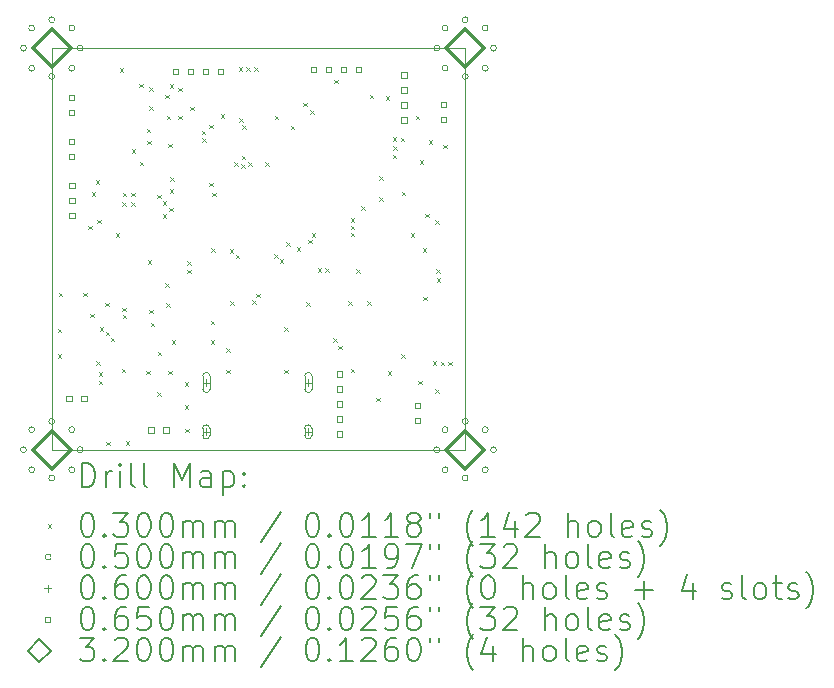
<source format=gbr>
%TF.GenerationSoftware,KiCad,Pcbnew,7.0.9*%
%TF.CreationDate,2024-03-28T09:14:21+03:00*%
%TF.ProjectId,MicroFlightController-v2,4d696372-6f46-46c6-9967-6874436f6e74,rev?*%
%TF.SameCoordinates,Original*%
%TF.FileFunction,Drillmap*%
%TF.FilePolarity,Positive*%
%FSLAX45Y45*%
G04 Gerber Fmt 4.5, Leading zero omitted, Abs format (unit mm)*
G04 Created by KiCad (PCBNEW 7.0.9) date 2024-03-28 09:14:21*
%MOMM*%
%LPD*%
G01*
G04 APERTURE LIST*
%ADD10C,0.100000*%
%ADD11C,0.200000*%
%ADD12C,0.320000*%
G04 APERTURE END LIST*
D10*
X13100000Y-8100000D02*
X16600000Y-8100000D01*
X16600000Y-11500000D01*
X13100000Y-11500000D01*
X13100000Y-8100000D01*
D11*
D10*
X13149000Y-10692000D02*
X13179000Y-10722000D01*
X13179000Y-10692000D02*
X13149000Y-10722000D01*
X13152310Y-10476000D02*
X13182310Y-10506000D01*
X13182310Y-10476000D02*
X13152310Y-10506000D01*
X13160000Y-10169000D02*
X13190000Y-10199000D01*
X13190000Y-10169000D02*
X13160000Y-10199000D01*
X13366000Y-10170000D02*
X13396000Y-10200000D01*
X13396000Y-10170000D02*
X13366000Y-10200000D01*
X13409000Y-9604000D02*
X13439000Y-9634000D01*
X13439000Y-9604000D02*
X13409000Y-9634000D01*
X13424000Y-10350000D02*
X13454000Y-10380000D01*
X13454000Y-10350000D02*
X13424000Y-10380000D01*
X13440000Y-9322000D02*
X13470000Y-9352000D01*
X13470000Y-9322000D02*
X13440000Y-9352000D01*
X13471000Y-9218000D02*
X13501000Y-9248000D01*
X13501000Y-9218000D02*
X13471000Y-9248000D01*
X13477000Y-10750000D02*
X13507000Y-10780000D01*
X13507000Y-10750000D02*
X13477000Y-10780000D01*
X13486000Y-9552000D02*
X13516000Y-9582000D01*
X13516000Y-9552000D02*
X13486000Y-9582000D01*
X13498000Y-10915000D02*
X13528000Y-10945000D01*
X13528000Y-10915000D02*
X13498000Y-10945000D01*
X13499000Y-10846000D02*
X13529000Y-10876000D01*
X13529000Y-10846000D02*
X13499000Y-10876000D01*
X13505000Y-10462000D02*
X13535000Y-10492000D01*
X13535000Y-10462000D02*
X13505000Y-10492000D01*
X13555000Y-10255000D02*
X13585000Y-10285000D01*
X13585000Y-10255000D02*
X13555000Y-10285000D01*
X13557500Y-10502680D02*
X13587500Y-10532680D01*
X13587500Y-10502680D02*
X13557500Y-10532680D01*
X13562000Y-11433000D02*
X13592000Y-11463000D01*
X13592000Y-11433000D02*
X13562000Y-11463000D01*
X13599000Y-10550000D02*
X13629000Y-10580000D01*
X13629000Y-10550000D02*
X13599000Y-10580000D01*
X13640000Y-9667000D02*
X13670000Y-9697000D01*
X13670000Y-9667000D02*
X13640000Y-9697000D01*
X13674000Y-8272000D02*
X13704000Y-8302000D01*
X13704000Y-8272000D02*
X13674000Y-8302000D01*
X13692000Y-10816000D02*
X13722000Y-10846000D01*
X13722000Y-10816000D02*
X13692000Y-10846000D01*
X13695000Y-9405000D02*
X13725000Y-9435000D01*
X13725000Y-9405000D02*
X13695000Y-9435000D01*
X13698000Y-10297000D02*
X13728000Y-10327000D01*
X13728000Y-10297000D02*
X13698000Y-10327000D01*
X13699000Y-10356000D02*
X13729000Y-10386000D01*
X13729000Y-10356000D02*
X13699000Y-10386000D01*
X13701000Y-9326000D02*
X13731000Y-9356000D01*
X13731000Y-9326000D02*
X13701000Y-9356000D01*
X13726000Y-11429000D02*
X13756000Y-11459000D01*
X13756000Y-11429000D02*
X13726000Y-11459000D01*
X13774000Y-9326000D02*
X13804000Y-9356000D01*
X13804000Y-9326000D02*
X13774000Y-9356000D01*
X13775000Y-9405000D02*
X13805000Y-9435000D01*
X13805000Y-9405000D02*
X13775000Y-9435000D01*
X13778000Y-8957500D02*
X13808000Y-8987500D01*
X13808000Y-8957500D02*
X13778000Y-8987500D01*
X13841000Y-8400000D02*
X13871000Y-8430000D01*
X13871000Y-8400000D02*
X13841000Y-8430000D01*
X13845000Y-9061000D02*
X13875000Y-9091000D01*
X13875000Y-9061000D02*
X13845000Y-9091000D01*
X13898000Y-10832000D02*
X13928000Y-10862000D01*
X13928000Y-10832000D02*
X13898000Y-10862000D01*
X13906000Y-8784000D02*
X13936000Y-8814000D01*
X13936000Y-8784000D02*
X13906000Y-8814000D01*
X13910000Y-8885000D02*
X13940000Y-8915000D01*
X13940000Y-8885000D02*
X13910000Y-8915000D01*
X13912500Y-9895000D02*
X13942500Y-9925000D01*
X13942500Y-9895000D02*
X13912500Y-9925000D01*
X13924000Y-8590000D02*
X13954000Y-8620000D01*
X13954000Y-8590000D02*
X13924000Y-8620000D01*
X13925767Y-8432233D02*
X13955767Y-8462233D01*
X13955767Y-8432233D02*
X13925767Y-8462233D01*
X13927000Y-10314000D02*
X13957000Y-10344000D01*
X13957000Y-10314000D02*
X13927000Y-10344000D01*
X13939000Y-10426000D02*
X13969000Y-10456000D01*
X13969000Y-10426000D02*
X13939000Y-10456000D01*
X13995000Y-9342000D02*
X14025000Y-9372000D01*
X14025000Y-9342000D02*
X13995000Y-9372000D01*
X13995000Y-11015000D02*
X14025000Y-11045000D01*
X14025000Y-11015000D02*
X13995000Y-11045000D01*
X13996000Y-10671000D02*
X14026000Y-10701000D01*
X14026000Y-10671000D02*
X13996000Y-10701000D01*
X14038826Y-9396070D02*
X14068826Y-9426070D01*
X14068826Y-9396070D02*
X14038826Y-9426070D01*
X14041000Y-9506000D02*
X14071000Y-9536000D01*
X14071000Y-9506000D02*
X14041000Y-9536000D01*
X14060000Y-10089500D02*
X14090000Y-10119500D01*
X14090000Y-10089500D02*
X14060000Y-10119500D01*
X14062500Y-8494500D02*
X14092500Y-8524500D01*
X14092500Y-8494500D02*
X14062500Y-8524500D01*
X14071000Y-10260830D02*
X14101000Y-10290830D01*
X14101000Y-10260830D02*
X14071000Y-10290830D01*
X14072000Y-8672000D02*
X14102000Y-8702000D01*
X14102000Y-8672000D02*
X14072000Y-8702000D01*
X14085000Y-8910000D02*
X14115000Y-8940000D01*
X14115000Y-8910000D02*
X14085000Y-8940000D01*
X14088000Y-10832000D02*
X14118000Y-10862000D01*
X14118000Y-10832000D02*
X14088000Y-10862000D01*
X14096000Y-9451000D02*
X14126000Y-9481000D01*
X14126000Y-9451000D02*
X14096000Y-9481000D01*
X14098095Y-9295930D02*
X14128095Y-9325930D01*
X14128095Y-9295930D02*
X14098095Y-9325930D01*
X14099000Y-8405000D02*
X14129000Y-8435000D01*
X14129000Y-8405000D02*
X14099000Y-8435000D01*
X14103000Y-9191000D02*
X14133000Y-9221000D01*
X14133000Y-9191000D02*
X14103000Y-9221000D01*
X14115000Y-10574000D02*
X14145000Y-10604000D01*
X14145000Y-10574000D02*
X14115000Y-10604000D01*
X14169000Y-8436000D02*
X14199000Y-8466000D01*
X14199000Y-8436000D02*
X14169000Y-8466000D01*
X14172000Y-8674000D02*
X14202000Y-8704000D01*
X14202000Y-8674000D02*
X14172000Y-8704000D01*
X14225000Y-10927000D02*
X14255000Y-10957000D01*
X14255000Y-10927000D02*
X14225000Y-10957000D01*
X14225000Y-11125000D02*
X14255000Y-11155000D01*
X14255000Y-11125000D02*
X14225000Y-11155000D01*
X14229000Y-11324000D02*
X14259000Y-11354000D01*
X14259000Y-11324000D02*
X14229000Y-11354000D01*
X14246000Y-9906000D02*
X14276000Y-9936000D01*
X14276000Y-9906000D02*
X14246000Y-9936000D01*
X14248000Y-9976000D02*
X14278000Y-10006000D01*
X14278000Y-9976000D02*
X14248000Y-10006000D01*
X14274500Y-8594500D02*
X14304500Y-8624500D01*
X14304500Y-8594500D02*
X14274500Y-8624500D01*
X14369000Y-8799070D02*
X14399000Y-8829070D01*
X14399000Y-8799070D02*
X14369000Y-8829070D01*
X14375881Y-8863655D02*
X14405881Y-8893655D01*
X14405881Y-8863655D02*
X14375881Y-8893655D01*
X14434000Y-9239000D02*
X14464000Y-9269000D01*
X14464000Y-9239000D02*
X14434000Y-9269000D01*
X14435000Y-8749000D02*
X14465000Y-8779000D01*
X14465000Y-8749000D02*
X14435000Y-8779000D01*
X14445000Y-10406000D02*
X14475000Y-10436000D01*
X14475000Y-10406000D02*
X14445000Y-10436000D01*
X14445000Y-10572500D02*
X14475000Y-10602500D01*
X14475000Y-10572500D02*
X14445000Y-10602500D01*
X14449000Y-9793000D02*
X14479000Y-9823000D01*
X14479000Y-9793000D02*
X14449000Y-9823000D01*
X14457000Y-9326000D02*
X14487000Y-9356000D01*
X14487000Y-9326000D02*
X14457000Y-9356000D01*
X14530070Y-8660000D02*
X14560070Y-8690000D01*
X14560070Y-8660000D02*
X14530070Y-8690000D01*
X14577500Y-10640500D02*
X14607500Y-10670500D01*
X14607500Y-10640500D02*
X14577500Y-10670500D01*
X14579000Y-10824500D02*
X14609000Y-10854500D01*
X14609000Y-10824500D02*
X14579000Y-10854500D01*
X14606930Y-9801000D02*
X14636930Y-9831000D01*
X14636930Y-9801000D02*
X14606930Y-9831000D01*
X14610000Y-10243000D02*
X14640000Y-10273000D01*
X14640000Y-10243000D02*
X14610000Y-10273000D01*
X14645000Y-9065000D02*
X14675000Y-9095000D01*
X14675000Y-9065000D02*
X14645000Y-9095000D01*
X14657000Y-9848000D02*
X14687000Y-9878000D01*
X14687000Y-9848000D02*
X14657000Y-9878000D01*
X14682000Y-8261000D02*
X14712000Y-8291000D01*
X14712000Y-8261000D02*
X14682000Y-8291000D01*
X14686000Y-8692000D02*
X14716000Y-8722000D01*
X14716000Y-8692000D02*
X14686000Y-8722000D01*
X14705000Y-9085000D02*
X14735000Y-9115000D01*
X14735000Y-9085000D02*
X14705000Y-9115000D01*
X14707000Y-9012000D02*
X14737000Y-9042000D01*
X14737000Y-9012000D02*
X14707000Y-9042000D01*
X14713656Y-8750768D02*
X14743656Y-8780768D01*
X14743656Y-8750768D02*
X14713656Y-8780768D01*
X14748000Y-8262000D02*
X14778000Y-8292000D01*
X14778000Y-8262000D02*
X14748000Y-8292000D01*
X14765000Y-9065000D02*
X14795000Y-9095000D01*
X14795000Y-9065000D02*
X14765000Y-9095000D01*
X14796698Y-10232519D02*
X14826698Y-10262519D01*
X14826698Y-10232519D02*
X14796698Y-10262519D01*
X14815000Y-8261000D02*
X14845000Y-8291000D01*
X14845000Y-8261000D02*
X14815000Y-8291000D01*
X14832000Y-10178000D02*
X14862000Y-10208000D01*
X14862000Y-10178000D02*
X14832000Y-10208000D01*
X14907000Y-9065000D02*
X14937000Y-9095000D01*
X14937000Y-9065000D02*
X14907000Y-9095000D01*
X14983616Y-9843578D02*
X15013616Y-9873578D01*
X15013616Y-9843578D02*
X14983616Y-9873578D01*
X14986000Y-8673000D02*
X15016000Y-8703000D01*
X15016000Y-8673000D02*
X14986000Y-8703000D01*
X15031000Y-9888000D02*
X15061000Y-9918000D01*
X15061000Y-9888000D02*
X15031000Y-9918000D01*
X15066000Y-10463000D02*
X15096000Y-10493000D01*
X15096000Y-10463000D02*
X15066000Y-10493000D01*
X15069000Y-10824500D02*
X15099000Y-10854500D01*
X15099000Y-10824500D02*
X15069000Y-10854500D01*
X15083000Y-9744000D02*
X15113000Y-9774000D01*
X15113000Y-9744000D02*
X15083000Y-9774000D01*
X15124000Y-8755000D02*
X15154000Y-8785000D01*
X15154000Y-8755000D02*
X15124000Y-8785000D01*
X15174000Y-9784000D02*
X15204000Y-9814000D01*
X15204000Y-9784000D02*
X15174000Y-9814000D01*
X15230000Y-8561000D02*
X15260000Y-8591000D01*
X15260000Y-8561000D02*
X15230000Y-8591000D01*
X15255000Y-10253500D02*
X15285000Y-10283500D01*
X15285000Y-10253500D02*
X15255000Y-10283500D01*
X15270863Y-9722535D02*
X15300863Y-9752535D01*
X15300863Y-9722535D02*
X15270863Y-9752535D01*
X15288000Y-8627000D02*
X15318000Y-8657000D01*
X15318000Y-8627000D02*
X15288000Y-8657000D01*
X15301000Y-9665000D02*
X15331000Y-9695000D01*
X15331000Y-9665000D02*
X15301000Y-9695000D01*
X15351000Y-9964000D02*
X15381000Y-9994000D01*
X15381000Y-9964000D02*
X15351000Y-9994000D01*
X15416000Y-9962000D02*
X15446000Y-9992000D01*
X15446000Y-9962000D02*
X15416000Y-9992000D01*
X15483000Y-10556000D02*
X15513000Y-10586000D01*
X15513000Y-10556000D02*
X15483000Y-10586000D01*
X15493000Y-8369000D02*
X15523000Y-8399000D01*
X15523000Y-8369000D02*
X15493000Y-8399000D01*
X15524000Y-10620000D02*
X15554000Y-10650000D01*
X15554000Y-10620000D02*
X15524000Y-10650000D01*
X15611000Y-10245000D02*
X15641000Y-10275000D01*
X15641000Y-10245000D02*
X15611000Y-10275000D01*
X15631000Y-9541000D02*
X15661000Y-9571000D01*
X15661000Y-9541000D02*
X15631000Y-9571000D01*
X15631000Y-9602000D02*
X15661000Y-9632000D01*
X15661000Y-9602000D02*
X15631000Y-9632000D01*
X15633000Y-9664000D02*
X15663000Y-9694000D01*
X15663000Y-9664000D02*
X15633000Y-9694000D01*
X15633000Y-10816000D02*
X15663000Y-10846000D01*
X15663000Y-10816000D02*
X15633000Y-10846000D01*
X15680000Y-9973000D02*
X15710000Y-10003000D01*
X15710000Y-9973000D02*
X15680000Y-10003000D01*
X15721000Y-9439070D02*
X15751000Y-9469070D01*
X15751000Y-9439070D02*
X15721000Y-9469070D01*
X15772000Y-10245000D02*
X15802000Y-10275000D01*
X15802000Y-10245000D02*
X15772000Y-10275000D01*
X15792500Y-8492500D02*
X15822500Y-8522500D01*
X15822500Y-8492500D02*
X15792500Y-8522500D01*
X15849000Y-11061000D02*
X15879000Y-11091000D01*
X15879000Y-11061000D02*
X15849000Y-11091000D01*
X15873958Y-9184560D02*
X15903958Y-9214560D01*
X15903958Y-9184560D02*
X15873958Y-9214560D01*
X15874000Y-9362000D02*
X15904000Y-9392000D01*
X15904000Y-9362000D02*
X15874000Y-9392000D01*
X15926000Y-8505000D02*
X15956000Y-8535000D01*
X15956000Y-8505000D02*
X15926000Y-8535000D01*
X15945000Y-10835000D02*
X15975000Y-10865000D01*
X15975000Y-10835000D02*
X15945000Y-10865000D01*
X15987000Y-8856000D02*
X16017000Y-8886000D01*
X16017000Y-8856000D02*
X15987000Y-8886000D01*
X15988000Y-9002000D02*
X16018000Y-9032000D01*
X16018000Y-9002000D02*
X15988000Y-9032000D01*
X15989000Y-8932000D02*
X16019000Y-8962000D01*
X16019000Y-8932000D02*
X15989000Y-8962000D01*
X16053000Y-8857000D02*
X16083000Y-8887000D01*
X16083000Y-8857000D02*
X16053000Y-8887000D01*
X16059000Y-10690750D02*
X16089000Y-10720750D01*
X16089000Y-10690750D02*
X16059000Y-10720750D01*
X16063000Y-9316749D02*
X16093000Y-9346749D01*
X16093000Y-9316749D02*
X16063000Y-9346749D01*
X16138550Y-9667000D02*
X16168550Y-9697000D01*
X16168550Y-9667000D02*
X16138550Y-9697000D01*
X16180000Y-8673000D02*
X16210000Y-8703000D01*
X16210000Y-8673000D02*
X16180000Y-8703000D01*
X16205000Y-10915000D02*
X16235000Y-10945000D01*
X16235000Y-10915000D02*
X16205000Y-10945000D01*
X16216000Y-9047000D02*
X16246000Y-9077000D01*
X16246000Y-9047000D02*
X16216000Y-9077000D01*
X16241000Y-9792000D02*
X16271000Y-9822000D01*
X16271000Y-9792000D02*
X16241000Y-9822000D01*
X16244000Y-10205000D02*
X16274000Y-10235000D01*
X16274000Y-10205000D02*
X16244000Y-10235000D01*
X16261000Y-9501000D02*
X16291000Y-9531000D01*
X16291000Y-9501000D02*
X16261000Y-9531000D01*
X16290000Y-8881000D02*
X16320000Y-8911000D01*
X16320000Y-8881000D02*
X16290000Y-8911000D01*
X16326000Y-10753000D02*
X16356000Y-10783000D01*
X16356000Y-10753000D02*
X16326000Y-10783000D01*
X16346000Y-9558000D02*
X16376000Y-9588000D01*
X16376000Y-9558000D02*
X16346000Y-9588000D01*
X16346000Y-10986500D02*
X16376000Y-11016500D01*
X16376000Y-10986500D02*
X16346000Y-11016500D01*
X16357000Y-9972000D02*
X16387000Y-10002000D01*
X16387000Y-9972000D02*
X16357000Y-10002000D01*
X16358000Y-10050000D02*
X16388000Y-10080000D01*
X16388000Y-10050000D02*
X16358000Y-10080000D01*
X16392000Y-10755000D02*
X16422000Y-10785000D01*
X16422000Y-10755000D02*
X16392000Y-10785000D01*
X16416000Y-8917000D02*
X16446000Y-8947000D01*
X16446000Y-8917000D02*
X16416000Y-8947000D01*
X16454800Y-10755000D02*
X16484800Y-10785000D01*
X16484800Y-10755000D02*
X16454800Y-10785000D01*
X12885000Y-8100000D02*
G75*
G03*
X12885000Y-8100000I-25000J0D01*
G01*
X12885000Y-11500000D02*
G75*
G03*
X12885000Y-11500000I-25000J0D01*
G01*
X12955294Y-7930294D02*
G75*
G03*
X12955294Y-7930294I-25000J0D01*
G01*
X12955294Y-8269706D02*
G75*
G03*
X12955294Y-8269706I-25000J0D01*
G01*
X12955294Y-11330294D02*
G75*
G03*
X12955294Y-11330294I-25000J0D01*
G01*
X12955294Y-11669706D02*
G75*
G03*
X12955294Y-11669706I-25000J0D01*
G01*
X13125000Y-7860000D02*
G75*
G03*
X13125000Y-7860000I-25000J0D01*
G01*
X13125000Y-8340000D02*
G75*
G03*
X13125000Y-8340000I-25000J0D01*
G01*
X13125000Y-11260000D02*
G75*
G03*
X13125000Y-11260000I-25000J0D01*
G01*
X13125000Y-11740000D02*
G75*
G03*
X13125000Y-11740000I-25000J0D01*
G01*
X13294706Y-7930294D02*
G75*
G03*
X13294706Y-7930294I-25000J0D01*
G01*
X13294706Y-8269706D02*
G75*
G03*
X13294706Y-8269706I-25000J0D01*
G01*
X13294706Y-11330294D02*
G75*
G03*
X13294706Y-11330294I-25000J0D01*
G01*
X13294706Y-11669706D02*
G75*
G03*
X13294706Y-11669706I-25000J0D01*
G01*
X13365000Y-8100000D02*
G75*
G03*
X13365000Y-8100000I-25000J0D01*
G01*
X13365000Y-11500000D02*
G75*
G03*
X13365000Y-11500000I-25000J0D01*
G01*
X16385000Y-8100000D02*
G75*
G03*
X16385000Y-8100000I-25000J0D01*
G01*
X16385000Y-11500000D02*
G75*
G03*
X16385000Y-11500000I-25000J0D01*
G01*
X16455294Y-7930294D02*
G75*
G03*
X16455294Y-7930294I-25000J0D01*
G01*
X16455294Y-8269706D02*
G75*
G03*
X16455294Y-8269706I-25000J0D01*
G01*
X16455294Y-11330294D02*
G75*
G03*
X16455294Y-11330294I-25000J0D01*
G01*
X16455294Y-11669706D02*
G75*
G03*
X16455294Y-11669706I-25000J0D01*
G01*
X16625000Y-7860000D02*
G75*
G03*
X16625000Y-7860000I-25000J0D01*
G01*
X16625000Y-8340000D02*
G75*
G03*
X16625000Y-8340000I-25000J0D01*
G01*
X16625000Y-11260000D02*
G75*
G03*
X16625000Y-11260000I-25000J0D01*
G01*
X16625000Y-11740000D02*
G75*
G03*
X16625000Y-11740000I-25000J0D01*
G01*
X16794706Y-7930294D02*
G75*
G03*
X16794706Y-7930294I-25000J0D01*
G01*
X16794706Y-8269706D02*
G75*
G03*
X16794706Y-8269706I-25000J0D01*
G01*
X16794706Y-11330294D02*
G75*
G03*
X16794706Y-11330294I-25000J0D01*
G01*
X16794706Y-11669706D02*
G75*
G03*
X16794706Y-11669706I-25000J0D01*
G01*
X16865000Y-8100000D02*
G75*
G03*
X16865000Y-8100000I-25000J0D01*
G01*
X16865000Y-11500000D02*
G75*
G03*
X16865000Y-11500000I-25000J0D01*
G01*
X14407000Y-10901000D02*
X14407000Y-10961000D01*
X14377000Y-10931000D02*
X14437000Y-10931000D01*
X14377000Y-10876000D02*
X14377000Y-10986000D01*
X14377000Y-10986000D02*
G75*
G03*
X14437000Y-10986000I30000J0D01*
G01*
X14437000Y-10986000D02*
X14437000Y-10876000D01*
X14437000Y-10876000D02*
G75*
G03*
X14377000Y-10876000I-30000J0D01*
G01*
X14407000Y-11319000D02*
X14407000Y-11379000D01*
X14377000Y-11349000D02*
X14437000Y-11349000D01*
X14377000Y-11319000D02*
X14377000Y-11379000D01*
X14377000Y-11379000D02*
G75*
G03*
X14437000Y-11379000I30000J0D01*
G01*
X14437000Y-11379000D02*
X14437000Y-11319000D01*
X14437000Y-11319000D02*
G75*
G03*
X14377000Y-11319000I-30000J0D01*
G01*
X15271000Y-10901000D02*
X15271000Y-10961000D01*
X15241000Y-10931000D02*
X15301000Y-10931000D01*
X15241000Y-10876000D02*
X15241000Y-10986000D01*
X15241000Y-10986000D02*
G75*
G03*
X15301000Y-10986000I30000J0D01*
G01*
X15301000Y-10986000D02*
X15301000Y-10876000D01*
X15301000Y-10876000D02*
G75*
G03*
X15241000Y-10876000I-30000J0D01*
G01*
X15271000Y-11319000D02*
X15271000Y-11379000D01*
X15241000Y-11349000D02*
X15301000Y-11349000D01*
X15241000Y-11319000D02*
X15241000Y-11379000D01*
X15241000Y-11379000D02*
G75*
G03*
X15301000Y-11379000I30000J0D01*
G01*
X15301000Y-11379000D02*
X15301000Y-11319000D01*
X15301000Y-11319000D02*
G75*
G03*
X15241000Y-11319000I-30000J0D01*
G01*
X13267981Y-11090481D02*
X13267981Y-11044519D01*
X13222019Y-11044519D01*
X13222019Y-11090481D01*
X13267981Y-11090481D01*
X13288981Y-8542981D02*
X13288981Y-8497019D01*
X13243019Y-8497019D01*
X13243019Y-8542981D01*
X13288981Y-8542981D01*
X13288981Y-8669981D02*
X13288981Y-8624019D01*
X13243019Y-8624019D01*
X13243019Y-8669981D01*
X13288981Y-8669981D01*
X13290481Y-8913481D02*
X13290481Y-8867519D01*
X13244519Y-8867519D01*
X13244519Y-8913481D01*
X13290481Y-8913481D01*
X13290481Y-9040481D02*
X13290481Y-8994519D01*
X13244519Y-8994519D01*
X13244519Y-9040481D01*
X13290481Y-9040481D01*
X13292981Y-9283981D02*
X13292981Y-9238019D01*
X13247019Y-9238019D01*
X13247019Y-9283981D01*
X13292981Y-9283981D01*
X13292981Y-9410981D02*
X13292981Y-9365019D01*
X13247019Y-9365019D01*
X13247019Y-9410981D01*
X13292981Y-9410981D01*
X13292981Y-9537981D02*
X13292981Y-9492019D01*
X13247019Y-9492019D01*
X13247019Y-9537981D01*
X13292981Y-9537981D01*
X13394981Y-11090481D02*
X13394981Y-11044519D01*
X13349019Y-11044519D01*
X13349019Y-11090481D01*
X13394981Y-11090481D01*
X13963981Y-11354981D02*
X13963981Y-11309019D01*
X13918019Y-11309019D01*
X13918019Y-11354981D01*
X13963981Y-11354981D01*
X14090981Y-11354981D02*
X14090981Y-11309019D01*
X14045019Y-11309019D01*
X14045019Y-11354981D01*
X14090981Y-11354981D01*
X14169481Y-8322981D02*
X14169481Y-8277019D01*
X14123519Y-8277019D01*
X14123519Y-8322981D01*
X14169481Y-8322981D01*
X14296481Y-8322981D02*
X14296481Y-8277019D01*
X14250519Y-8277019D01*
X14250519Y-8322981D01*
X14296481Y-8322981D01*
X14423481Y-8322981D02*
X14423481Y-8277019D01*
X14377519Y-8277019D01*
X14377519Y-8322981D01*
X14423481Y-8322981D01*
X14550481Y-8322981D02*
X14550481Y-8277019D01*
X14504519Y-8277019D01*
X14504519Y-8322981D01*
X14550481Y-8322981D01*
X15340481Y-8301981D02*
X15340481Y-8256019D01*
X15294519Y-8256019D01*
X15294519Y-8301981D01*
X15340481Y-8301981D01*
X15467481Y-8301981D02*
X15467481Y-8256019D01*
X15421519Y-8256019D01*
X15421519Y-8301981D01*
X15467481Y-8301981D01*
X15560981Y-10882981D02*
X15560981Y-10837019D01*
X15515019Y-10837019D01*
X15515019Y-10882981D01*
X15560981Y-10882981D01*
X15560981Y-11009981D02*
X15560981Y-10964019D01*
X15515019Y-10964019D01*
X15515019Y-11009981D01*
X15560981Y-11009981D01*
X15560981Y-11136981D02*
X15560981Y-11091019D01*
X15515019Y-11091019D01*
X15515019Y-11136981D01*
X15560981Y-11136981D01*
X15560981Y-11263981D02*
X15560981Y-11218019D01*
X15515019Y-11218019D01*
X15515019Y-11263981D01*
X15560981Y-11263981D01*
X15560981Y-11390981D02*
X15560981Y-11345019D01*
X15515019Y-11345019D01*
X15515019Y-11390981D01*
X15560981Y-11390981D01*
X15594481Y-8301981D02*
X15594481Y-8256019D01*
X15548519Y-8256019D01*
X15548519Y-8301981D01*
X15594481Y-8301981D01*
X15721481Y-8301981D02*
X15721481Y-8256019D01*
X15675519Y-8256019D01*
X15675519Y-8301981D01*
X15721481Y-8301981D01*
X16105481Y-8349481D02*
X16105481Y-8303519D01*
X16059519Y-8303519D01*
X16059519Y-8349481D01*
X16105481Y-8349481D01*
X16105481Y-8476481D02*
X16105481Y-8430519D01*
X16059519Y-8430519D01*
X16059519Y-8476481D01*
X16105481Y-8476481D01*
X16105481Y-8603481D02*
X16105481Y-8557519D01*
X16059519Y-8557519D01*
X16059519Y-8603481D01*
X16105481Y-8603481D01*
X16105481Y-8730481D02*
X16105481Y-8684519D01*
X16059519Y-8684519D01*
X16059519Y-8730481D01*
X16105481Y-8730481D01*
X16220481Y-11150981D02*
X16220481Y-11105019D01*
X16174519Y-11105019D01*
X16174519Y-11150981D01*
X16220481Y-11150981D01*
X16220481Y-11277981D02*
X16220481Y-11232019D01*
X16174519Y-11232019D01*
X16174519Y-11277981D01*
X16220481Y-11277981D01*
X16440481Y-8600981D02*
X16440481Y-8555019D01*
X16394519Y-8555019D01*
X16394519Y-8600981D01*
X16440481Y-8600981D01*
X16440481Y-8727981D02*
X16440481Y-8682019D01*
X16394519Y-8682019D01*
X16394519Y-8727981D01*
X16440481Y-8727981D01*
D12*
X13100000Y-8260000D02*
X13260000Y-8100000D01*
X13100000Y-7940000D01*
X12940000Y-8100000D01*
X13100000Y-8260000D01*
X13100000Y-11660000D02*
X13260000Y-11500000D01*
X13100000Y-11340000D01*
X12940000Y-11500000D01*
X13100000Y-11660000D01*
X16600000Y-8260000D02*
X16760000Y-8100000D01*
X16600000Y-7940000D01*
X16440000Y-8100000D01*
X16600000Y-8260000D01*
X16600000Y-11660000D02*
X16760000Y-11500000D01*
X16600000Y-11340000D01*
X16440000Y-11500000D01*
X16600000Y-11660000D01*
D11*
X13355777Y-11816484D02*
X13355777Y-11616484D01*
X13355777Y-11616484D02*
X13403396Y-11616484D01*
X13403396Y-11616484D02*
X13431967Y-11626008D01*
X13431967Y-11626008D02*
X13451015Y-11645055D01*
X13451015Y-11645055D02*
X13460539Y-11664103D01*
X13460539Y-11664103D02*
X13470062Y-11702198D01*
X13470062Y-11702198D02*
X13470062Y-11730769D01*
X13470062Y-11730769D02*
X13460539Y-11768865D01*
X13460539Y-11768865D02*
X13451015Y-11787912D01*
X13451015Y-11787912D02*
X13431967Y-11806960D01*
X13431967Y-11806960D02*
X13403396Y-11816484D01*
X13403396Y-11816484D02*
X13355777Y-11816484D01*
X13555777Y-11816484D02*
X13555777Y-11683150D01*
X13555777Y-11721246D02*
X13565301Y-11702198D01*
X13565301Y-11702198D02*
X13574824Y-11692674D01*
X13574824Y-11692674D02*
X13593872Y-11683150D01*
X13593872Y-11683150D02*
X13612920Y-11683150D01*
X13679586Y-11816484D02*
X13679586Y-11683150D01*
X13679586Y-11616484D02*
X13670062Y-11626008D01*
X13670062Y-11626008D02*
X13679586Y-11635531D01*
X13679586Y-11635531D02*
X13689110Y-11626008D01*
X13689110Y-11626008D02*
X13679586Y-11616484D01*
X13679586Y-11616484D02*
X13679586Y-11635531D01*
X13803396Y-11816484D02*
X13784348Y-11806960D01*
X13784348Y-11806960D02*
X13774824Y-11787912D01*
X13774824Y-11787912D02*
X13774824Y-11616484D01*
X13908158Y-11816484D02*
X13889110Y-11806960D01*
X13889110Y-11806960D02*
X13879586Y-11787912D01*
X13879586Y-11787912D02*
X13879586Y-11616484D01*
X14136729Y-11816484D02*
X14136729Y-11616484D01*
X14136729Y-11616484D02*
X14203396Y-11759341D01*
X14203396Y-11759341D02*
X14270062Y-11616484D01*
X14270062Y-11616484D02*
X14270062Y-11816484D01*
X14451015Y-11816484D02*
X14451015Y-11711722D01*
X14451015Y-11711722D02*
X14441491Y-11692674D01*
X14441491Y-11692674D02*
X14422443Y-11683150D01*
X14422443Y-11683150D02*
X14384348Y-11683150D01*
X14384348Y-11683150D02*
X14365301Y-11692674D01*
X14451015Y-11806960D02*
X14431967Y-11816484D01*
X14431967Y-11816484D02*
X14384348Y-11816484D01*
X14384348Y-11816484D02*
X14365301Y-11806960D01*
X14365301Y-11806960D02*
X14355777Y-11787912D01*
X14355777Y-11787912D02*
X14355777Y-11768865D01*
X14355777Y-11768865D02*
X14365301Y-11749817D01*
X14365301Y-11749817D02*
X14384348Y-11740293D01*
X14384348Y-11740293D02*
X14431967Y-11740293D01*
X14431967Y-11740293D02*
X14451015Y-11730769D01*
X14546253Y-11683150D02*
X14546253Y-11883150D01*
X14546253Y-11692674D02*
X14565301Y-11683150D01*
X14565301Y-11683150D02*
X14603396Y-11683150D01*
X14603396Y-11683150D02*
X14622443Y-11692674D01*
X14622443Y-11692674D02*
X14631967Y-11702198D01*
X14631967Y-11702198D02*
X14641491Y-11721246D01*
X14641491Y-11721246D02*
X14641491Y-11778388D01*
X14641491Y-11778388D02*
X14631967Y-11797436D01*
X14631967Y-11797436D02*
X14622443Y-11806960D01*
X14622443Y-11806960D02*
X14603396Y-11816484D01*
X14603396Y-11816484D02*
X14565301Y-11816484D01*
X14565301Y-11816484D02*
X14546253Y-11806960D01*
X14727205Y-11797436D02*
X14736729Y-11806960D01*
X14736729Y-11806960D02*
X14727205Y-11816484D01*
X14727205Y-11816484D02*
X14717682Y-11806960D01*
X14717682Y-11806960D02*
X14727205Y-11797436D01*
X14727205Y-11797436D02*
X14727205Y-11816484D01*
X14727205Y-11692674D02*
X14736729Y-11702198D01*
X14736729Y-11702198D02*
X14727205Y-11711722D01*
X14727205Y-11711722D02*
X14717682Y-11702198D01*
X14717682Y-11702198D02*
X14727205Y-11692674D01*
X14727205Y-11692674D02*
X14727205Y-11711722D01*
D10*
X13065000Y-12130000D02*
X13095000Y-12160000D01*
X13095000Y-12130000D02*
X13065000Y-12160000D01*
D11*
X13393872Y-12036484D02*
X13412920Y-12036484D01*
X13412920Y-12036484D02*
X13431967Y-12046008D01*
X13431967Y-12046008D02*
X13441491Y-12055531D01*
X13441491Y-12055531D02*
X13451015Y-12074579D01*
X13451015Y-12074579D02*
X13460539Y-12112674D01*
X13460539Y-12112674D02*
X13460539Y-12160293D01*
X13460539Y-12160293D02*
X13451015Y-12198388D01*
X13451015Y-12198388D02*
X13441491Y-12217436D01*
X13441491Y-12217436D02*
X13431967Y-12226960D01*
X13431967Y-12226960D02*
X13412920Y-12236484D01*
X13412920Y-12236484D02*
X13393872Y-12236484D01*
X13393872Y-12236484D02*
X13374824Y-12226960D01*
X13374824Y-12226960D02*
X13365301Y-12217436D01*
X13365301Y-12217436D02*
X13355777Y-12198388D01*
X13355777Y-12198388D02*
X13346253Y-12160293D01*
X13346253Y-12160293D02*
X13346253Y-12112674D01*
X13346253Y-12112674D02*
X13355777Y-12074579D01*
X13355777Y-12074579D02*
X13365301Y-12055531D01*
X13365301Y-12055531D02*
X13374824Y-12046008D01*
X13374824Y-12046008D02*
X13393872Y-12036484D01*
X13546253Y-12217436D02*
X13555777Y-12226960D01*
X13555777Y-12226960D02*
X13546253Y-12236484D01*
X13546253Y-12236484D02*
X13536729Y-12226960D01*
X13536729Y-12226960D02*
X13546253Y-12217436D01*
X13546253Y-12217436D02*
X13546253Y-12236484D01*
X13622443Y-12036484D02*
X13746253Y-12036484D01*
X13746253Y-12036484D02*
X13679586Y-12112674D01*
X13679586Y-12112674D02*
X13708158Y-12112674D01*
X13708158Y-12112674D02*
X13727205Y-12122198D01*
X13727205Y-12122198D02*
X13736729Y-12131722D01*
X13736729Y-12131722D02*
X13746253Y-12150769D01*
X13746253Y-12150769D02*
X13746253Y-12198388D01*
X13746253Y-12198388D02*
X13736729Y-12217436D01*
X13736729Y-12217436D02*
X13727205Y-12226960D01*
X13727205Y-12226960D02*
X13708158Y-12236484D01*
X13708158Y-12236484D02*
X13651015Y-12236484D01*
X13651015Y-12236484D02*
X13631967Y-12226960D01*
X13631967Y-12226960D02*
X13622443Y-12217436D01*
X13870062Y-12036484D02*
X13889110Y-12036484D01*
X13889110Y-12036484D02*
X13908158Y-12046008D01*
X13908158Y-12046008D02*
X13917682Y-12055531D01*
X13917682Y-12055531D02*
X13927205Y-12074579D01*
X13927205Y-12074579D02*
X13936729Y-12112674D01*
X13936729Y-12112674D02*
X13936729Y-12160293D01*
X13936729Y-12160293D02*
X13927205Y-12198388D01*
X13927205Y-12198388D02*
X13917682Y-12217436D01*
X13917682Y-12217436D02*
X13908158Y-12226960D01*
X13908158Y-12226960D02*
X13889110Y-12236484D01*
X13889110Y-12236484D02*
X13870062Y-12236484D01*
X13870062Y-12236484D02*
X13851015Y-12226960D01*
X13851015Y-12226960D02*
X13841491Y-12217436D01*
X13841491Y-12217436D02*
X13831967Y-12198388D01*
X13831967Y-12198388D02*
X13822443Y-12160293D01*
X13822443Y-12160293D02*
X13822443Y-12112674D01*
X13822443Y-12112674D02*
X13831967Y-12074579D01*
X13831967Y-12074579D02*
X13841491Y-12055531D01*
X13841491Y-12055531D02*
X13851015Y-12046008D01*
X13851015Y-12046008D02*
X13870062Y-12036484D01*
X14060539Y-12036484D02*
X14079586Y-12036484D01*
X14079586Y-12036484D02*
X14098634Y-12046008D01*
X14098634Y-12046008D02*
X14108158Y-12055531D01*
X14108158Y-12055531D02*
X14117682Y-12074579D01*
X14117682Y-12074579D02*
X14127205Y-12112674D01*
X14127205Y-12112674D02*
X14127205Y-12160293D01*
X14127205Y-12160293D02*
X14117682Y-12198388D01*
X14117682Y-12198388D02*
X14108158Y-12217436D01*
X14108158Y-12217436D02*
X14098634Y-12226960D01*
X14098634Y-12226960D02*
X14079586Y-12236484D01*
X14079586Y-12236484D02*
X14060539Y-12236484D01*
X14060539Y-12236484D02*
X14041491Y-12226960D01*
X14041491Y-12226960D02*
X14031967Y-12217436D01*
X14031967Y-12217436D02*
X14022443Y-12198388D01*
X14022443Y-12198388D02*
X14012920Y-12160293D01*
X14012920Y-12160293D02*
X14012920Y-12112674D01*
X14012920Y-12112674D02*
X14022443Y-12074579D01*
X14022443Y-12074579D02*
X14031967Y-12055531D01*
X14031967Y-12055531D02*
X14041491Y-12046008D01*
X14041491Y-12046008D02*
X14060539Y-12036484D01*
X14212920Y-12236484D02*
X14212920Y-12103150D01*
X14212920Y-12122198D02*
X14222443Y-12112674D01*
X14222443Y-12112674D02*
X14241491Y-12103150D01*
X14241491Y-12103150D02*
X14270063Y-12103150D01*
X14270063Y-12103150D02*
X14289110Y-12112674D01*
X14289110Y-12112674D02*
X14298634Y-12131722D01*
X14298634Y-12131722D02*
X14298634Y-12236484D01*
X14298634Y-12131722D02*
X14308158Y-12112674D01*
X14308158Y-12112674D02*
X14327205Y-12103150D01*
X14327205Y-12103150D02*
X14355777Y-12103150D01*
X14355777Y-12103150D02*
X14374824Y-12112674D01*
X14374824Y-12112674D02*
X14384348Y-12131722D01*
X14384348Y-12131722D02*
X14384348Y-12236484D01*
X14479586Y-12236484D02*
X14479586Y-12103150D01*
X14479586Y-12122198D02*
X14489110Y-12112674D01*
X14489110Y-12112674D02*
X14508158Y-12103150D01*
X14508158Y-12103150D02*
X14536729Y-12103150D01*
X14536729Y-12103150D02*
X14555777Y-12112674D01*
X14555777Y-12112674D02*
X14565301Y-12131722D01*
X14565301Y-12131722D02*
X14565301Y-12236484D01*
X14565301Y-12131722D02*
X14574824Y-12112674D01*
X14574824Y-12112674D02*
X14593872Y-12103150D01*
X14593872Y-12103150D02*
X14622443Y-12103150D01*
X14622443Y-12103150D02*
X14641491Y-12112674D01*
X14641491Y-12112674D02*
X14651015Y-12131722D01*
X14651015Y-12131722D02*
X14651015Y-12236484D01*
X15041491Y-12026960D02*
X14870063Y-12284103D01*
X15298634Y-12036484D02*
X15317682Y-12036484D01*
X15317682Y-12036484D02*
X15336729Y-12046008D01*
X15336729Y-12046008D02*
X15346253Y-12055531D01*
X15346253Y-12055531D02*
X15355777Y-12074579D01*
X15355777Y-12074579D02*
X15365301Y-12112674D01*
X15365301Y-12112674D02*
X15365301Y-12160293D01*
X15365301Y-12160293D02*
X15355777Y-12198388D01*
X15355777Y-12198388D02*
X15346253Y-12217436D01*
X15346253Y-12217436D02*
X15336729Y-12226960D01*
X15336729Y-12226960D02*
X15317682Y-12236484D01*
X15317682Y-12236484D02*
X15298634Y-12236484D01*
X15298634Y-12236484D02*
X15279586Y-12226960D01*
X15279586Y-12226960D02*
X15270063Y-12217436D01*
X15270063Y-12217436D02*
X15260539Y-12198388D01*
X15260539Y-12198388D02*
X15251015Y-12160293D01*
X15251015Y-12160293D02*
X15251015Y-12112674D01*
X15251015Y-12112674D02*
X15260539Y-12074579D01*
X15260539Y-12074579D02*
X15270063Y-12055531D01*
X15270063Y-12055531D02*
X15279586Y-12046008D01*
X15279586Y-12046008D02*
X15298634Y-12036484D01*
X15451015Y-12217436D02*
X15460539Y-12226960D01*
X15460539Y-12226960D02*
X15451015Y-12236484D01*
X15451015Y-12236484D02*
X15441491Y-12226960D01*
X15441491Y-12226960D02*
X15451015Y-12217436D01*
X15451015Y-12217436D02*
X15451015Y-12236484D01*
X15584348Y-12036484D02*
X15603396Y-12036484D01*
X15603396Y-12036484D02*
X15622444Y-12046008D01*
X15622444Y-12046008D02*
X15631967Y-12055531D01*
X15631967Y-12055531D02*
X15641491Y-12074579D01*
X15641491Y-12074579D02*
X15651015Y-12112674D01*
X15651015Y-12112674D02*
X15651015Y-12160293D01*
X15651015Y-12160293D02*
X15641491Y-12198388D01*
X15641491Y-12198388D02*
X15631967Y-12217436D01*
X15631967Y-12217436D02*
X15622444Y-12226960D01*
X15622444Y-12226960D02*
X15603396Y-12236484D01*
X15603396Y-12236484D02*
X15584348Y-12236484D01*
X15584348Y-12236484D02*
X15565301Y-12226960D01*
X15565301Y-12226960D02*
X15555777Y-12217436D01*
X15555777Y-12217436D02*
X15546253Y-12198388D01*
X15546253Y-12198388D02*
X15536729Y-12160293D01*
X15536729Y-12160293D02*
X15536729Y-12112674D01*
X15536729Y-12112674D02*
X15546253Y-12074579D01*
X15546253Y-12074579D02*
X15555777Y-12055531D01*
X15555777Y-12055531D02*
X15565301Y-12046008D01*
X15565301Y-12046008D02*
X15584348Y-12036484D01*
X15841491Y-12236484D02*
X15727206Y-12236484D01*
X15784348Y-12236484D02*
X15784348Y-12036484D01*
X15784348Y-12036484D02*
X15765301Y-12065055D01*
X15765301Y-12065055D02*
X15746253Y-12084103D01*
X15746253Y-12084103D02*
X15727206Y-12093627D01*
X16031967Y-12236484D02*
X15917682Y-12236484D01*
X15974825Y-12236484D02*
X15974825Y-12036484D01*
X15974825Y-12036484D02*
X15955777Y-12065055D01*
X15955777Y-12065055D02*
X15936729Y-12084103D01*
X15936729Y-12084103D02*
X15917682Y-12093627D01*
X16146253Y-12122198D02*
X16127206Y-12112674D01*
X16127206Y-12112674D02*
X16117682Y-12103150D01*
X16117682Y-12103150D02*
X16108158Y-12084103D01*
X16108158Y-12084103D02*
X16108158Y-12074579D01*
X16108158Y-12074579D02*
X16117682Y-12055531D01*
X16117682Y-12055531D02*
X16127206Y-12046008D01*
X16127206Y-12046008D02*
X16146253Y-12036484D01*
X16146253Y-12036484D02*
X16184348Y-12036484D01*
X16184348Y-12036484D02*
X16203396Y-12046008D01*
X16203396Y-12046008D02*
X16212920Y-12055531D01*
X16212920Y-12055531D02*
X16222444Y-12074579D01*
X16222444Y-12074579D02*
X16222444Y-12084103D01*
X16222444Y-12084103D02*
X16212920Y-12103150D01*
X16212920Y-12103150D02*
X16203396Y-12112674D01*
X16203396Y-12112674D02*
X16184348Y-12122198D01*
X16184348Y-12122198D02*
X16146253Y-12122198D01*
X16146253Y-12122198D02*
X16127206Y-12131722D01*
X16127206Y-12131722D02*
X16117682Y-12141246D01*
X16117682Y-12141246D02*
X16108158Y-12160293D01*
X16108158Y-12160293D02*
X16108158Y-12198388D01*
X16108158Y-12198388D02*
X16117682Y-12217436D01*
X16117682Y-12217436D02*
X16127206Y-12226960D01*
X16127206Y-12226960D02*
X16146253Y-12236484D01*
X16146253Y-12236484D02*
X16184348Y-12236484D01*
X16184348Y-12236484D02*
X16203396Y-12226960D01*
X16203396Y-12226960D02*
X16212920Y-12217436D01*
X16212920Y-12217436D02*
X16222444Y-12198388D01*
X16222444Y-12198388D02*
X16222444Y-12160293D01*
X16222444Y-12160293D02*
X16212920Y-12141246D01*
X16212920Y-12141246D02*
X16203396Y-12131722D01*
X16203396Y-12131722D02*
X16184348Y-12122198D01*
X16298634Y-12036484D02*
X16298634Y-12074579D01*
X16374825Y-12036484D02*
X16374825Y-12074579D01*
X16670063Y-12312674D02*
X16660539Y-12303150D01*
X16660539Y-12303150D02*
X16641491Y-12274579D01*
X16641491Y-12274579D02*
X16631968Y-12255531D01*
X16631968Y-12255531D02*
X16622444Y-12226960D01*
X16622444Y-12226960D02*
X16612920Y-12179341D01*
X16612920Y-12179341D02*
X16612920Y-12141246D01*
X16612920Y-12141246D02*
X16622444Y-12093627D01*
X16622444Y-12093627D02*
X16631968Y-12065055D01*
X16631968Y-12065055D02*
X16641491Y-12046008D01*
X16641491Y-12046008D02*
X16660539Y-12017436D01*
X16660539Y-12017436D02*
X16670063Y-12007912D01*
X16851015Y-12236484D02*
X16736729Y-12236484D01*
X16793872Y-12236484D02*
X16793872Y-12036484D01*
X16793872Y-12036484D02*
X16774825Y-12065055D01*
X16774825Y-12065055D02*
X16755777Y-12084103D01*
X16755777Y-12084103D02*
X16736729Y-12093627D01*
X17022444Y-12103150D02*
X17022444Y-12236484D01*
X16974825Y-12026960D02*
X16927206Y-12169817D01*
X16927206Y-12169817D02*
X17051015Y-12169817D01*
X17117682Y-12055531D02*
X17127206Y-12046008D01*
X17127206Y-12046008D02*
X17146253Y-12036484D01*
X17146253Y-12036484D02*
X17193872Y-12036484D01*
X17193872Y-12036484D02*
X17212920Y-12046008D01*
X17212920Y-12046008D02*
X17222444Y-12055531D01*
X17222444Y-12055531D02*
X17231968Y-12074579D01*
X17231968Y-12074579D02*
X17231968Y-12093627D01*
X17231968Y-12093627D02*
X17222444Y-12122198D01*
X17222444Y-12122198D02*
X17108158Y-12236484D01*
X17108158Y-12236484D02*
X17231968Y-12236484D01*
X17470063Y-12236484D02*
X17470063Y-12036484D01*
X17555777Y-12236484D02*
X17555777Y-12131722D01*
X17555777Y-12131722D02*
X17546253Y-12112674D01*
X17546253Y-12112674D02*
X17527206Y-12103150D01*
X17527206Y-12103150D02*
X17498634Y-12103150D01*
X17498634Y-12103150D02*
X17479587Y-12112674D01*
X17479587Y-12112674D02*
X17470063Y-12122198D01*
X17679587Y-12236484D02*
X17660539Y-12226960D01*
X17660539Y-12226960D02*
X17651015Y-12217436D01*
X17651015Y-12217436D02*
X17641492Y-12198388D01*
X17641492Y-12198388D02*
X17641492Y-12141246D01*
X17641492Y-12141246D02*
X17651015Y-12122198D01*
X17651015Y-12122198D02*
X17660539Y-12112674D01*
X17660539Y-12112674D02*
X17679587Y-12103150D01*
X17679587Y-12103150D02*
X17708158Y-12103150D01*
X17708158Y-12103150D02*
X17727206Y-12112674D01*
X17727206Y-12112674D02*
X17736730Y-12122198D01*
X17736730Y-12122198D02*
X17746253Y-12141246D01*
X17746253Y-12141246D02*
X17746253Y-12198388D01*
X17746253Y-12198388D02*
X17736730Y-12217436D01*
X17736730Y-12217436D02*
X17727206Y-12226960D01*
X17727206Y-12226960D02*
X17708158Y-12236484D01*
X17708158Y-12236484D02*
X17679587Y-12236484D01*
X17860539Y-12236484D02*
X17841492Y-12226960D01*
X17841492Y-12226960D02*
X17831968Y-12207912D01*
X17831968Y-12207912D02*
X17831968Y-12036484D01*
X18012920Y-12226960D02*
X17993873Y-12236484D01*
X17993873Y-12236484D02*
X17955777Y-12236484D01*
X17955777Y-12236484D02*
X17936730Y-12226960D01*
X17936730Y-12226960D02*
X17927206Y-12207912D01*
X17927206Y-12207912D02*
X17927206Y-12131722D01*
X17927206Y-12131722D02*
X17936730Y-12112674D01*
X17936730Y-12112674D02*
X17955777Y-12103150D01*
X17955777Y-12103150D02*
X17993873Y-12103150D01*
X17993873Y-12103150D02*
X18012920Y-12112674D01*
X18012920Y-12112674D02*
X18022444Y-12131722D01*
X18022444Y-12131722D02*
X18022444Y-12150769D01*
X18022444Y-12150769D02*
X17927206Y-12169817D01*
X18098634Y-12226960D02*
X18117682Y-12236484D01*
X18117682Y-12236484D02*
X18155777Y-12236484D01*
X18155777Y-12236484D02*
X18174825Y-12226960D01*
X18174825Y-12226960D02*
X18184349Y-12207912D01*
X18184349Y-12207912D02*
X18184349Y-12198388D01*
X18184349Y-12198388D02*
X18174825Y-12179341D01*
X18174825Y-12179341D02*
X18155777Y-12169817D01*
X18155777Y-12169817D02*
X18127206Y-12169817D01*
X18127206Y-12169817D02*
X18108158Y-12160293D01*
X18108158Y-12160293D02*
X18098634Y-12141246D01*
X18098634Y-12141246D02*
X18098634Y-12131722D01*
X18098634Y-12131722D02*
X18108158Y-12112674D01*
X18108158Y-12112674D02*
X18127206Y-12103150D01*
X18127206Y-12103150D02*
X18155777Y-12103150D01*
X18155777Y-12103150D02*
X18174825Y-12112674D01*
X18251015Y-12312674D02*
X18260539Y-12303150D01*
X18260539Y-12303150D02*
X18279587Y-12274579D01*
X18279587Y-12274579D02*
X18289111Y-12255531D01*
X18289111Y-12255531D02*
X18298634Y-12226960D01*
X18298634Y-12226960D02*
X18308158Y-12179341D01*
X18308158Y-12179341D02*
X18308158Y-12141246D01*
X18308158Y-12141246D02*
X18298634Y-12093627D01*
X18298634Y-12093627D02*
X18289111Y-12065055D01*
X18289111Y-12065055D02*
X18279587Y-12046008D01*
X18279587Y-12046008D02*
X18260539Y-12017436D01*
X18260539Y-12017436D02*
X18251015Y-12007912D01*
D10*
X13095000Y-12409000D02*
G75*
G03*
X13095000Y-12409000I-25000J0D01*
G01*
D11*
X13393872Y-12300484D02*
X13412920Y-12300484D01*
X13412920Y-12300484D02*
X13431967Y-12310008D01*
X13431967Y-12310008D02*
X13441491Y-12319531D01*
X13441491Y-12319531D02*
X13451015Y-12338579D01*
X13451015Y-12338579D02*
X13460539Y-12376674D01*
X13460539Y-12376674D02*
X13460539Y-12424293D01*
X13460539Y-12424293D02*
X13451015Y-12462388D01*
X13451015Y-12462388D02*
X13441491Y-12481436D01*
X13441491Y-12481436D02*
X13431967Y-12490960D01*
X13431967Y-12490960D02*
X13412920Y-12500484D01*
X13412920Y-12500484D02*
X13393872Y-12500484D01*
X13393872Y-12500484D02*
X13374824Y-12490960D01*
X13374824Y-12490960D02*
X13365301Y-12481436D01*
X13365301Y-12481436D02*
X13355777Y-12462388D01*
X13355777Y-12462388D02*
X13346253Y-12424293D01*
X13346253Y-12424293D02*
X13346253Y-12376674D01*
X13346253Y-12376674D02*
X13355777Y-12338579D01*
X13355777Y-12338579D02*
X13365301Y-12319531D01*
X13365301Y-12319531D02*
X13374824Y-12310008D01*
X13374824Y-12310008D02*
X13393872Y-12300484D01*
X13546253Y-12481436D02*
X13555777Y-12490960D01*
X13555777Y-12490960D02*
X13546253Y-12500484D01*
X13546253Y-12500484D02*
X13536729Y-12490960D01*
X13536729Y-12490960D02*
X13546253Y-12481436D01*
X13546253Y-12481436D02*
X13546253Y-12500484D01*
X13736729Y-12300484D02*
X13641491Y-12300484D01*
X13641491Y-12300484D02*
X13631967Y-12395722D01*
X13631967Y-12395722D02*
X13641491Y-12386198D01*
X13641491Y-12386198D02*
X13660539Y-12376674D01*
X13660539Y-12376674D02*
X13708158Y-12376674D01*
X13708158Y-12376674D02*
X13727205Y-12386198D01*
X13727205Y-12386198D02*
X13736729Y-12395722D01*
X13736729Y-12395722D02*
X13746253Y-12414769D01*
X13746253Y-12414769D02*
X13746253Y-12462388D01*
X13746253Y-12462388D02*
X13736729Y-12481436D01*
X13736729Y-12481436D02*
X13727205Y-12490960D01*
X13727205Y-12490960D02*
X13708158Y-12500484D01*
X13708158Y-12500484D02*
X13660539Y-12500484D01*
X13660539Y-12500484D02*
X13641491Y-12490960D01*
X13641491Y-12490960D02*
X13631967Y-12481436D01*
X13870062Y-12300484D02*
X13889110Y-12300484D01*
X13889110Y-12300484D02*
X13908158Y-12310008D01*
X13908158Y-12310008D02*
X13917682Y-12319531D01*
X13917682Y-12319531D02*
X13927205Y-12338579D01*
X13927205Y-12338579D02*
X13936729Y-12376674D01*
X13936729Y-12376674D02*
X13936729Y-12424293D01*
X13936729Y-12424293D02*
X13927205Y-12462388D01*
X13927205Y-12462388D02*
X13917682Y-12481436D01*
X13917682Y-12481436D02*
X13908158Y-12490960D01*
X13908158Y-12490960D02*
X13889110Y-12500484D01*
X13889110Y-12500484D02*
X13870062Y-12500484D01*
X13870062Y-12500484D02*
X13851015Y-12490960D01*
X13851015Y-12490960D02*
X13841491Y-12481436D01*
X13841491Y-12481436D02*
X13831967Y-12462388D01*
X13831967Y-12462388D02*
X13822443Y-12424293D01*
X13822443Y-12424293D02*
X13822443Y-12376674D01*
X13822443Y-12376674D02*
X13831967Y-12338579D01*
X13831967Y-12338579D02*
X13841491Y-12319531D01*
X13841491Y-12319531D02*
X13851015Y-12310008D01*
X13851015Y-12310008D02*
X13870062Y-12300484D01*
X14060539Y-12300484D02*
X14079586Y-12300484D01*
X14079586Y-12300484D02*
X14098634Y-12310008D01*
X14098634Y-12310008D02*
X14108158Y-12319531D01*
X14108158Y-12319531D02*
X14117682Y-12338579D01*
X14117682Y-12338579D02*
X14127205Y-12376674D01*
X14127205Y-12376674D02*
X14127205Y-12424293D01*
X14127205Y-12424293D02*
X14117682Y-12462388D01*
X14117682Y-12462388D02*
X14108158Y-12481436D01*
X14108158Y-12481436D02*
X14098634Y-12490960D01*
X14098634Y-12490960D02*
X14079586Y-12500484D01*
X14079586Y-12500484D02*
X14060539Y-12500484D01*
X14060539Y-12500484D02*
X14041491Y-12490960D01*
X14041491Y-12490960D02*
X14031967Y-12481436D01*
X14031967Y-12481436D02*
X14022443Y-12462388D01*
X14022443Y-12462388D02*
X14012920Y-12424293D01*
X14012920Y-12424293D02*
X14012920Y-12376674D01*
X14012920Y-12376674D02*
X14022443Y-12338579D01*
X14022443Y-12338579D02*
X14031967Y-12319531D01*
X14031967Y-12319531D02*
X14041491Y-12310008D01*
X14041491Y-12310008D02*
X14060539Y-12300484D01*
X14212920Y-12500484D02*
X14212920Y-12367150D01*
X14212920Y-12386198D02*
X14222443Y-12376674D01*
X14222443Y-12376674D02*
X14241491Y-12367150D01*
X14241491Y-12367150D02*
X14270063Y-12367150D01*
X14270063Y-12367150D02*
X14289110Y-12376674D01*
X14289110Y-12376674D02*
X14298634Y-12395722D01*
X14298634Y-12395722D02*
X14298634Y-12500484D01*
X14298634Y-12395722D02*
X14308158Y-12376674D01*
X14308158Y-12376674D02*
X14327205Y-12367150D01*
X14327205Y-12367150D02*
X14355777Y-12367150D01*
X14355777Y-12367150D02*
X14374824Y-12376674D01*
X14374824Y-12376674D02*
X14384348Y-12395722D01*
X14384348Y-12395722D02*
X14384348Y-12500484D01*
X14479586Y-12500484D02*
X14479586Y-12367150D01*
X14479586Y-12386198D02*
X14489110Y-12376674D01*
X14489110Y-12376674D02*
X14508158Y-12367150D01*
X14508158Y-12367150D02*
X14536729Y-12367150D01*
X14536729Y-12367150D02*
X14555777Y-12376674D01*
X14555777Y-12376674D02*
X14565301Y-12395722D01*
X14565301Y-12395722D02*
X14565301Y-12500484D01*
X14565301Y-12395722D02*
X14574824Y-12376674D01*
X14574824Y-12376674D02*
X14593872Y-12367150D01*
X14593872Y-12367150D02*
X14622443Y-12367150D01*
X14622443Y-12367150D02*
X14641491Y-12376674D01*
X14641491Y-12376674D02*
X14651015Y-12395722D01*
X14651015Y-12395722D02*
X14651015Y-12500484D01*
X15041491Y-12290960D02*
X14870063Y-12548103D01*
X15298634Y-12300484D02*
X15317682Y-12300484D01*
X15317682Y-12300484D02*
X15336729Y-12310008D01*
X15336729Y-12310008D02*
X15346253Y-12319531D01*
X15346253Y-12319531D02*
X15355777Y-12338579D01*
X15355777Y-12338579D02*
X15365301Y-12376674D01*
X15365301Y-12376674D02*
X15365301Y-12424293D01*
X15365301Y-12424293D02*
X15355777Y-12462388D01*
X15355777Y-12462388D02*
X15346253Y-12481436D01*
X15346253Y-12481436D02*
X15336729Y-12490960D01*
X15336729Y-12490960D02*
X15317682Y-12500484D01*
X15317682Y-12500484D02*
X15298634Y-12500484D01*
X15298634Y-12500484D02*
X15279586Y-12490960D01*
X15279586Y-12490960D02*
X15270063Y-12481436D01*
X15270063Y-12481436D02*
X15260539Y-12462388D01*
X15260539Y-12462388D02*
X15251015Y-12424293D01*
X15251015Y-12424293D02*
X15251015Y-12376674D01*
X15251015Y-12376674D02*
X15260539Y-12338579D01*
X15260539Y-12338579D02*
X15270063Y-12319531D01*
X15270063Y-12319531D02*
X15279586Y-12310008D01*
X15279586Y-12310008D02*
X15298634Y-12300484D01*
X15451015Y-12481436D02*
X15460539Y-12490960D01*
X15460539Y-12490960D02*
X15451015Y-12500484D01*
X15451015Y-12500484D02*
X15441491Y-12490960D01*
X15441491Y-12490960D02*
X15451015Y-12481436D01*
X15451015Y-12481436D02*
X15451015Y-12500484D01*
X15584348Y-12300484D02*
X15603396Y-12300484D01*
X15603396Y-12300484D02*
X15622444Y-12310008D01*
X15622444Y-12310008D02*
X15631967Y-12319531D01*
X15631967Y-12319531D02*
X15641491Y-12338579D01*
X15641491Y-12338579D02*
X15651015Y-12376674D01*
X15651015Y-12376674D02*
X15651015Y-12424293D01*
X15651015Y-12424293D02*
X15641491Y-12462388D01*
X15641491Y-12462388D02*
X15631967Y-12481436D01*
X15631967Y-12481436D02*
X15622444Y-12490960D01*
X15622444Y-12490960D02*
X15603396Y-12500484D01*
X15603396Y-12500484D02*
X15584348Y-12500484D01*
X15584348Y-12500484D02*
X15565301Y-12490960D01*
X15565301Y-12490960D02*
X15555777Y-12481436D01*
X15555777Y-12481436D02*
X15546253Y-12462388D01*
X15546253Y-12462388D02*
X15536729Y-12424293D01*
X15536729Y-12424293D02*
X15536729Y-12376674D01*
X15536729Y-12376674D02*
X15546253Y-12338579D01*
X15546253Y-12338579D02*
X15555777Y-12319531D01*
X15555777Y-12319531D02*
X15565301Y-12310008D01*
X15565301Y-12310008D02*
X15584348Y-12300484D01*
X15841491Y-12500484D02*
X15727206Y-12500484D01*
X15784348Y-12500484D02*
X15784348Y-12300484D01*
X15784348Y-12300484D02*
X15765301Y-12329055D01*
X15765301Y-12329055D02*
X15746253Y-12348103D01*
X15746253Y-12348103D02*
X15727206Y-12357627D01*
X15936729Y-12500484D02*
X15974825Y-12500484D01*
X15974825Y-12500484D02*
X15993872Y-12490960D01*
X15993872Y-12490960D02*
X16003396Y-12481436D01*
X16003396Y-12481436D02*
X16022444Y-12452865D01*
X16022444Y-12452865D02*
X16031967Y-12414769D01*
X16031967Y-12414769D02*
X16031967Y-12338579D01*
X16031967Y-12338579D02*
X16022444Y-12319531D01*
X16022444Y-12319531D02*
X16012920Y-12310008D01*
X16012920Y-12310008D02*
X15993872Y-12300484D01*
X15993872Y-12300484D02*
X15955777Y-12300484D01*
X15955777Y-12300484D02*
X15936729Y-12310008D01*
X15936729Y-12310008D02*
X15927206Y-12319531D01*
X15927206Y-12319531D02*
X15917682Y-12338579D01*
X15917682Y-12338579D02*
X15917682Y-12386198D01*
X15917682Y-12386198D02*
X15927206Y-12405246D01*
X15927206Y-12405246D02*
X15936729Y-12414769D01*
X15936729Y-12414769D02*
X15955777Y-12424293D01*
X15955777Y-12424293D02*
X15993872Y-12424293D01*
X15993872Y-12424293D02*
X16012920Y-12414769D01*
X16012920Y-12414769D02*
X16022444Y-12405246D01*
X16022444Y-12405246D02*
X16031967Y-12386198D01*
X16098634Y-12300484D02*
X16231967Y-12300484D01*
X16231967Y-12300484D02*
X16146253Y-12500484D01*
X16298634Y-12300484D02*
X16298634Y-12338579D01*
X16374825Y-12300484D02*
X16374825Y-12338579D01*
X16670063Y-12576674D02*
X16660539Y-12567150D01*
X16660539Y-12567150D02*
X16641491Y-12538579D01*
X16641491Y-12538579D02*
X16631968Y-12519531D01*
X16631968Y-12519531D02*
X16622444Y-12490960D01*
X16622444Y-12490960D02*
X16612920Y-12443341D01*
X16612920Y-12443341D02*
X16612920Y-12405246D01*
X16612920Y-12405246D02*
X16622444Y-12357627D01*
X16622444Y-12357627D02*
X16631968Y-12329055D01*
X16631968Y-12329055D02*
X16641491Y-12310008D01*
X16641491Y-12310008D02*
X16660539Y-12281436D01*
X16660539Y-12281436D02*
X16670063Y-12271912D01*
X16727206Y-12300484D02*
X16851015Y-12300484D01*
X16851015Y-12300484D02*
X16784349Y-12376674D01*
X16784349Y-12376674D02*
X16812920Y-12376674D01*
X16812920Y-12376674D02*
X16831968Y-12386198D01*
X16831968Y-12386198D02*
X16841491Y-12395722D01*
X16841491Y-12395722D02*
X16851015Y-12414769D01*
X16851015Y-12414769D02*
X16851015Y-12462388D01*
X16851015Y-12462388D02*
X16841491Y-12481436D01*
X16841491Y-12481436D02*
X16831968Y-12490960D01*
X16831968Y-12490960D02*
X16812920Y-12500484D01*
X16812920Y-12500484D02*
X16755777Y-12500484D01*
X16755777Y-12500484D02*
X16736729Y-12490960D01*
X16736729Y-12490960D02*
X16727206Y-12481436D01*
X16927206Y-12319531D02*
X16936730Y-12310008D01*
X16936730Y-12310008D02*
X16955777Y-12300484D01*
X16955777Y-12300484D02*
X17003396Y-12300484D01*
X17003396Y-12300484D02*
X17022444Y-12310008D01*
X17022444Y-12310008D02*
X17031968Y-12319531D01*
X17031968Y-12319531D02*
X17041491Y-12338579D01*
X17041491Y-12338579D02*
X17041491Y-12357627D01*
X17041491Y-12357627D02*
X17031968Y-12386198D01*
X17031968Y-12386198D02*
X16917682Y-12500484D01*
X16917682Y-12500484D02*
X17041491Y-12500484D01*
X17279587Y-12500484D02*
X17279587Y-12300484D01*
X17365301Y-12500484D02*
X17365301Y-12395722D01*
X17365301Y-12395722D02*
X17355777Y-12376674D01*
X17355777Y-12376674D02*
X17336730Y-12367150D01*
X17336730Y-12367150D02*
X17308158Y-12367150D01*
X17308158Y-12367150D02*
X17289111Y-12376674D01*
X17289111Y-12376674D02*
X17279587Y-12386198D01*
X17489111Y-12500484D02*
X17470063Y-12490960D01*
X17470063Y-12490960D02*
X17460539Y-12481436D01*
X17460539Y-12481436D02*
X17451015Y-12462388D01*
X17451015Y-12462388D02*
X17451015Y-12405246D01*
X17451015Y-12405246D02*
X17460539Y-12386198D01*
X17460539Y-12386198D02*
X17470063Y-12376674D01*
X17470063Y-12376674D02*
X17489111Y-12367150D01*
X17489111Y-12367150D02*
X17517682Y-12367150D01*
X17517682Y-12367150D02*
X17536730Y-12376674D01*
X17536730Y-12376674D02*
X17546253Y-12386198D01*
X17546253Y-12386198D02*
X17555777Y-12405246D01*
X17555777Y-12405246D02*
X17555777Y-12462388D01*
X17555777Y-12462388D02*
X17546253Y-12481436D01*
X17546253Y-12481436D02*
X17536730Y-12490960D01*
X17536730Y-12490960D02*
X17517682Y-12500484D01*
X17517682Y-12500484D02*
X17489111Y-12500484D01*
X17670063Y-12500484D02*
X17651015Y-12490960D01*
X17651015Y-12490960D02*
X17641492Y-12471912D01*
X17641492Y-12471912D02*
X17641492Y-12300484D01*
X17822444Y-12490960D02*
X17803396Y-12500484D01*
X17803396Y-12500484D02*
X17765301Y-12500484D01*
X17765301Y-12500484D02*
X17746253Y-12490960D01*
X17746253Y-12490960D02*
X17736730Y-12471912D01*
X17736730Y-12471912D02*
X17736730Y-12395722D01*
X17736730Y-12395722D02*
X17746253Y-12376674D01*
X17746253Y-12376674D02*
X17765301Y-12367150D01*
X17765301Y-12367150D02*
X17803396Y-12367150D01*
X17803396Y-12367150D02*
X17822444Y-12376674D01*
X17822444Y-12376674D02*
X17831968Y-12395722D01*
X17831968Y-12395722D02*
X17831968Y-12414769D01*
X17831968Y-12414769D02*
X17736730Y-12433817D01*
X17908158Y-12490960D02*
X17927206Y-12500484D01*
X17927206Y-12500484D02*
X17965301Y-12500484D01*
X17965301Y-12500484D02*
X17984349Y-12490960D01*
X17984349Y-12490960D02*
X17993873Y-12471912D01*
X17993873Y-12471912D02*
X17993873Y-12462388D01*
X17993873Y-12462388D02*
X17984349Y-12443341D01*
X17984349Y-12443341D02*
X17965301Y-12433817D01*
X17965301Y-12433817D02*
X17936730Y-12433817D01*
X17936730Y-12433817D02*
X17917682Y-12424293D01*
X17917682Y-12424293D02*
X17908158Y-12405246D01*
X17908158Y-12405246D02*
X17908158Y-12395722D01*
X17908158Y-12395722D02*
X17917682Y-12376674D01*
X17917682Y-12376674D02*
X17936730Y-12367150D01*
X17936730Y-12367150D02*
X17965301Y-12367150D01*
X17965301Y-12367150D02*
X17984349Y-12376674D01*
X18060539Y-12576674D02*
X18070063Y-12567150D01*
X18070063Y-12567150D02*
X18089111Y-12538579D01*
X18089111Y-12538579D02*
X18098634Y-12519531D01*
X18098634Y-12519531D02*
X18108158Y-12490960D01*
X18108158Y-12490960D02*
X18117682Y-12443341D01*
X18117682Y-12443341D02*
X18117682Y-12405246D01*
X18117682Y-12405246D02*
X18108158Y-12357627D01*
X18108158Y-12357627D02*
X18098634Y-12329055D01*
X18098634Y-12329055D02*
X18089111Y-12310008D01*
X18089111Y-12310008D02*
X18070063Y-12281436D01*
X18070063Y-12281436D02*
X18060539Y-12271912D01*
D10*
X13065000Y-12643000D02*
X13065000Y-12703000D01*
X13035000Y-12673000D02*
X13095000Y-12673000D01*
D11*
X13393872Y-12564484D02*
X13412920Y-12564484D01*
X13412920Y-12564484D02*
X13431967Y-12574008D01*
X13431967Y-12574008D02*
X13441491Y-12583531D01*
X13441491Y-12583531D02*
X13451015Y-12602579D01*
X13451015Y-12602579D02*
X13460539Y-12640674D01*
X13460539Y-12640674D02*
X13460539Y-12688293D01*
X13460539Y-12688293D02*
X13451015Y-12726388D01*
X13451015Y-12726388D02*
X13441491Y-12745436D01*
X13441491Y-12745436D02*
X13431967Y-12754960D01*
X13431967Y-12754960D02*
X13412920Y-12764484D01*
X13412920Y-12764484D02*
X13393872Y-12764484D01*
X13393872Y-12764484D02*
X13374824Y-12754960D01*
X13374824Y-12754960D02*
X13365301Y-12745436D01*
X13365301Y-12745436D02*
X13355777Y-12726388D01*
X13355777Y-12726388D02*
X13346253Y-12688293D01*
X13346253Y-12688293D02*
X13346253Y-12640674D01*
X13346253Y-12640674D02*
X13355777Y-12602579D01*
X13355777Y-12602579D02*
X13365301Y-12583531D01*
X13365301Y-12583531D02*
X13374824Y-12574008D01*
X13374824Y-12574008D02*
X13393872Y-12564484D01*
X13546253Y-12745436D02*
X13555777Y-12754960D01*
X13555777Y-12754960D02*
X13546253Y-12764484D01*
X13546253Y-12764484D02*
X13536729Y-12754960D01*
X13536729Y-12754960D02*
X13546253Y-12745436D01*
X13546253Y-12745436D02*
X13546253Y-12764484D01*
X13727205Y-12564484D02*
X13689110Y-12564484D01*
X13689110Y-12564484D02*
X13670062Y-12574008D01*
X13670062Y-12574008D02*
X13660539Y-12583531D01*
X13660539Y-12583531D02*
X13641491Y-12612103D01*
X13641491Y-12612103D02*
X13631967Y-12650198D01*
X13631967Y-12650198D02*
X13631967Y-12726388D01*
X13631967Y-12726388D02*
X13641491Y-12745436D01*
X13641491Y-12745436D02*
X13651015Y-12754960D01*
X13651015Y-12754960D02*
X13670062Y-12764484D01*
X13670062Y-12764484D02*
X13708158Y-12764484D01*
X13708158Y-12764484D02*
X13727205Y-12754960D01*
X13727205Y-12754960D02*
X13736729Y-12745436D01*
X13736729Y-12745436D02*
X13746253Y-12726388D01*
X13746253Y-12726388D02*
X13746253Y-12678769D01*
X13746253Y-12678769D02*
X13736729Y-12659722D01*
X13736729Y-12659722D02*
X13727205Y-12650198D01*
X13727205Y-12650198D02*
X13708158Y-12640674D01*
X13708158Y-12640674D02*
X13670062Y-12640674D01*
X13670062Y-12640674D02*
X13651015Y-12650198D01*
X13651015Y-12650198D02*
X13641491Y-12659722D01*
X13641491Y-12659722D02*
X13631967Y-12678769D01*
X13870062Y-12564484D02*
X13889110Y-12564484D01*
X13889110Y-12564484D02*
X13908158Y-12574008D01*
X13908158Y-12574008D02*
X13917682Y-12583531D01*
X13917682Y-12583531D02*
X13927205Y-12602579D01*
X13927205Y-12602579D02*
X13936729Y-12640674D01*
X13936729Y-12640674D02*
X13936729Y-12688293D01*
X13936729Y-12688293D02*
X13927205Y-12726388D01*
X13927205Y-12726388D02*
X13917682Y-12745436D01*
X13917682Y-12745436D02*
X13908158Y-12754960D01*
X13908158Y-12754960D02*
X13889110Y-12764484D01*
X13889110Y-12764484D02*
X13870062Y-12764484D01*
X13870062Y-12764484D02*
X13851015Y-12754960D01*
X13851015Y-12754960D02*
X13841491Y-12745436D01*
X13841491Y-12745436D02*
X13831967Y-12726388D01*
X13831967Y-12726388D02*
X13822443Y-12688293D01*
X13822443Y-12688293D02*
X13822443Y-12640674D01*
X13822443Y-12640674D02*
X13831967Y-12602579D01*
X13831967Y-12602579D02*
X13841491Y-12583531D01*
X13841491Y-12583531D02*
X13851015Y-12574008D01*
X13851015Y-12574008D02*
X13870062Y-12564484D01*
X14060539Y-12564484D02*
X14079586Y-12564484D01*
X14079586Y-12564484D02*
X14098634Y-12574008D01*
X14098634Y-12574008D02*
X14108158Y-12583531D01*
X14108158Y-12583531D02*
X14117682Y-12602579D01*
X14117682Y-12602579D02*
X14127205Y-12640674D01*
X14127205Y-12640674D02*
X14127205Y-12688293D01*
X14127205Y-12688293D02*
X14117682Y-12726388D01*
X14117682Y-12726388D02*
X14108158Y-12745436D01*
X14108158Y-12745436D02*
X14098634Y-12754960D01*
X14098634Y-12754960D02*
X14079586Y-12764484D01*
X14079586Y-12764484D02*
X14060539Y-12764484D01*
X14060539Y-12764484D02*
X14041491Y-12754960D01*
X14041491Y-12754960D02*
X14031967Y-12745436D01*
X14031967Y-12745436D02*
X14022443Y-12726388D01*
X14022443Y-12726388D02*
X14012920Y-12688293D01*
X14012920Y-12688293D02*
X14012920Y-12640674D01*
X14012920Y-12640674D02*
X14022443Y-12602579D01*
X14022443Y-12602579D02*
X14031967Y-12583531D01*
X14031967Y-12583531D02*
X14041491Y-12574008D01*
X14041491Y-12574008D02*
X14060539Y-12564484D01*
X14212920Y-12764484D02*
X14212920Y-12631150D01*
X14212920Y-12650198D02*
X14222443Y-12640674D01*
X14222443Y-12640674D02*
X14241491Y-12631150D01*
X14241491Y-12631150D02*
X14270063Y-12631150D01*
X14270063Y-12631150D02*
X14289110Y-12640674D01*
X14289110Y-12640674D02*
X14298634Y-12659722D01*
X14298634Y-12659722D02*
X14298634Y-12764484D01*
X14298634Y-12659722D02*
X14308158Y-12640674D01*
X14308158Y-12640674D02*
X14327205Y-12631150D01*
X14327205Y-12631150D02*
X14355777Y-12631150D01*
X14355777Y-12631150D02*
X14374824Y-12640674D01*
X14374824Y-12640674D02*
X14384348Y-12659722D01*
X14384348Y-12659722D02*
X14384348Y-12764484D01*
X14479586Y-12764484D02*
X14479586Y-12631150D01*
X14479586Y-12650198D02*
X14489110Y-12640674D01*
X14489110Y-12640674D02*
X14508158Y-12631150D01*
X14508158Y-12631150D02*
X14536729Y-12631150D01*
X14536729Y-12631150D02*
X14555777Y-12640674D01*
X14555777Y-12640674D02*
X14565301Y-12659722D01*
X14565301Y-12659722D02*
X14565301Y-12764484D01*
X14565301Y-12659722D02*
X14574824Y-12640674D01*
X14574824Y-12640674D02*
X14593872Y-12631150D01*
X14593872Y-12631150D02*
X14622443Y-12631150D01*
X14622443Y-12631150D02*
X14641491Y-12640674D01*
X14641491Y-12640674D02*
X14651015Y-12659722D01*
X14651015Y-12659722D02*
X14651015Y-12764484D01*
X15041491Y-12554960D02*
X14870063Y-12812103D01*
X15298634Y-12564484D02*
X15317682Y-12564484D01*
X15317682Y-12564484D02*
X15336729Y-12574008D01*
X15336729Y-12574008D02*
X15346253Y-12583531D01*
X15346253Y-12583531D02*
X15355777Y-12602579D01*
X15355777Y-12602579D02*
X15365301Y-12640674D01*
X15365301Y-12640674D02*
X15365301Y-12688293D01*
X15365301Y-12688293D02*
X15355777Y-12726388D01*
X15355777Y-12726388D02*
X15346253Y-12745436D01*
X15346253Y-12745436D02*
X15336729Y-12754960D01*
X15336729Y-12754960D02*
X15317682Y-12764484D01*
X15317682Y-12764484D02*
X15298634Y-12764484D01*
X15298634Y-12764484D02*
X15279586Y-12754960D01*
X15279586Y-12754960D02*
X15270063Y-12745436D01*
X15270063Y-12745436D02*
X15260539Y-12726388D01*
X15260539Y-12726388D02*
X15251015Y-12688293D01*
X15251015Y-12688293D02*
X15251015Y-12640674D01*
X15251015Y-12640674D02*
X15260539Y-12602579D01*
X15260539Y-12602579D02*
X15270063Y-12583531D01*
X15270063Y-12583531D02*
X15279586Y-12574008D01*
X15279586Y-12574008D02*
X15298634Y-12564484D01*
X15451015Y-12745436D02*
X15460539Y-12754960D01*
X15460539Y-12754960D02*
X15451015Y-12764484D01*
X15451015Y-12764484D02*
X15441491Y-12754960D01*
X15441491Y-12754960D02*
X15451015Y-12745436D01*
X15451015Y-12745436D02*
X15451015Y-12764484D01*
X15584348Y-12564484D02*
X15603396Y-12564484D01*
X15603396Y-12564484D02*
X15622444Y-12574008D01*
X15622444Y-12574008D02*
X15631967Y-12583531D01*
X15631967Y-12583531D02*
X15641491Y-12602579D01*
X15641491Y-12602579D02*
X15651015Y-12640674D01*
X15651015Y-12640674D02*
X15651015Y-12688293D01*
X15651015Y-12688293D02*
X15641491Y-12726388D01*
X15641491Y-12726388D02*
X15631967Y-12745436D01*
X15631967Y-12745436D02*
X15622444Y-12754960D01*
X15622444Y-12754960D02*
X15603396Y-12764484D01*
X15603396Y-12764484D02*
X15584348Y-12764484D01*
X15584348Y-12764484D02*
X15565301Y-12754960D01*
X15565301Y-12754960D02*
X15555777Y-12745436D01*
X15555777Y-12745436D02*
X15546253Y-12726388D01*
X15546253Y-12726388D02*
X15536729Y-12688293D01*
X15536729Y-12688293D02*
X15536729Y-12640674D01*
X15536729Y-12640674D02*
X15546253Y-12602579D01*
X15546253Y-12602579D02*
X15555777Y-12583531D01*
X15555777Y-12583531D02*
X15565301Y-12574008D01*
X15565301Y-12574008D02*
X15584348Y-12564484D01*
X15727206Y-12583531D02*
X15736729Y-12574008D01*
X15736729Y-12574008D02*
X15755777Y-12564484D01*
X15755777Y-12564484D02*
X15803396Y-12564484D01*
X15803396Y-12564484D02*
X15822444Y-12574008D01*
X15822444Y-12574008D02*
X15831967Y-12583531D01*
X15831967Y-12583531D02*
X15841491Y-12602579D01*
X15841491Y-12602579D02*
X15841491Y-12621627D01*
X15841491Y-12621627D02*
X15831967Y-12650198D01*
X15831967Y-12650198D02*
X15717682Y-12764484D01*
X15717682Y-12764484D02*
X15841491Y-12764484D01*
X15908158Y-12564484D02*
X16031967Y-12564484D01*
X16031967Y-12564484D02*
X15965301Y-12640674D01*
X15965301Y-12640674D02*
X15993872Y-12640674D01*
X15993872Y-12640674D02*
X16012920Y-12650198D01*
X16012920Y-12650198D02*
X16022444Y-12659722D01*
X16022444Y-12659722D02*
X16031967Y-12678769D01*
X16031967Y-12678769D02*
X16031967Y-12726388D01*
X16031967Y-12726388D02*
X16022444Y-12745436D01*
X16022444Y-12745436D02*
X16012920Y-12754960D01*
X16012920Y-12754960D02*
X15993872Y-12764484D01*
X15993872Y-12764484D02*
X15936729Y-12764484D01*
X15936729Y-12764484D02*
X15917682Y-12754960D01*
X15917682Y-12754960D02*
X15908158Y-12745436D01*
X16203396Y-12564484D02*
X16165301Y-12564484D01*
X16165301Y-12564484D02*
X16146253Y-12574008D01*
X16146253Y-12574008D02*
X16136729Y-12583531D01*
X16136729Y-12583531D02*
X16117682Y-12612103D01*
X16117682Y-12612103D02*
X16108158Y-12650198D01*
X16108158Y-12650198D02*
X16108158Y-12726388D01*
X16108158Y-12726388D02*
X16117682Y-12745436D01*
X16117682Y-12745436D02*
X16127206Y-12754960D01*
X16127206Y-12754960D02*
X16146253Y-12764484D01*
X16146253Y-12764484D02*
X16184348Y-12764484D01*
X16184348Y-12764484D02*
X16203396Y-12754960D01*
X16203396Y-12754960D02*
X16212920Y-12745436D01*
X16212920Y-12745436D02*
X16222444Y-12726388D01*
X16222444Y-12726388D02*
X16222444Y-12678769D01*
X16222444Y-12678769D02*
X16212920Y-12659722D01*
X16212920Y-12659722D02*
X16203396Y-12650198D01*
X16203396Y-12650198D02*
X16184348Y-12640674D01*
X16184348Y-12640674D02*
X16146253Y-12640674D01*
X16146253Y-12640674D02*
X16127206Y-12650198D01*
X16127206Y-12650198D02*
X16117682Y-12659722D01*
X16117682Y-12659722D02*
X16108158Y-12678769D01*
X16298634Y-12564484D02*
X16298634Y-12602579D01*
X16374825Y-12564484D02*
X16374825Y-12602579D01*
X16670063Y-12840674D02*
X16660539Y-12831150D01*
X16660539Y-12831150D02*
X16641491Y-12802579D01*
X16641491Y-12802579D02*
X16631968Y-12783531D01*
X16631968Y-12783531D02*
X16622444Y-12754960D01*
X16622444Y-12754960D02*
X16612920Y-12707341D01*
X16612920Y-12707341D02*
X16612920Y-12669246D01*
X16612920Y-12669246D02*
X16622444Y-12621627D01*
X16622444Y-12621627D02*
X16631968Y-12593055D01*
X16631968Y-12593055D02*
X16641491Y-12574008D01*
X16641491Y-12574008D02*
X16660539Y-12545436D01*
X16660539Y-12545436D02*
X16670063Y-12535912D01*
X16784349Y-12564484D02*
X16803396Y-12564484D01*
X16803396Y-12564484D02*
X16822444Y-12574008D01*
X16822444Y-12574008D02*
X16831968Y-12583531D01*
X16831968Y-12583531D02*
X16841491Y-12602579D01*
X16841491Y-12602579D02*
X16851015Y-12640674D01*
X16851015Y-12640674D02*
X16851015Y-12688293D01*
X16851015Y-12688293D02*
X16841491Y-12726388D01*
X16841491Y-12726388D02*
X16831968Y-12745436D01*
X16831968Y-12745436D02*
X16822444Y-12754960D01*
X16822444Y-12754960D02*
X16803396Y-12764484D01*
X16803396Y-12764484D02*
X16784349Y-12764484D01*
X16784349Y-12764484D02*
X16765301Y-12754960D01*
X16765301Y-12754960D02*
X16755777Y-12745436D01*
X16755777Y-12745436D02*
X16746253Y-12726388D01*
X16746253Y-12726388D02*
X16736729Y-12688293D01*
X16736729Y-12688293D02*
X16736729Y-12640674D01*
X16736729Y-12640674D02*
X16746253Y-12602579D01*
X16746253Y-12602579D02*
X16755777Y-12583531D01*
X16755777Y-12583531D02*
X16765301Y-12574008D01*
X16765301Y-12574008D02*
X16784349Y-12564484D01*
X17089111Y-12764484D02*
X17089111Y-12564484D01*
X17174825Y-12764484D02*
X17174825Y-12659722D01*
X17174825Y-12659722D02*
X17165301Y-12640674D01*
X17165301Y-12640674D02*
X17146253Y-12631150D01*
X17146253Y-12631150D02*
X17117682Y-12631150D01*
X17117682Y-12631150D02*
X17098634Y-12640674D01*
X17098634Y-12640674D02*
X17089111Y-12650198D01*
X17298634Y-12764484D02*
X17279587Y-12754960D01*
X17279587Y-12754960D02*
X17270063Y-12745436D01*
X17270063Y-12745436D02*
X17260539Y-12726388D01*
X17260539Y-12726388D02*
X17260539Y-12669246D01*
X17260539Y-12669246D02*
X17270063Y-12650198D01*
X17270063Y-12650198D02*
X17279587Y-12640674D01*
X17279587Y-12640674D02*
X17298634Y-12631150D01*
X17298634Y-12631150D02*
X17327206Y-12631150D01*
X17327206Y-12631150D02*
X17346253Y-12640674D01*
X17346253Y-12640674D02*
X17355777Y-12650198D01*
X17355777Y-12650198D02*
X17365301Y-12669246D01*
X17365301Y-12669246D02*
X17365301Y-12726388D01*
X17365301Y-12726388D02*
X17355777Y-12745436D01*
X17355777Y-12745436D02*
X17346253Y-12754960D01*
X17346253Y-12754960D02*
X17327206Y-12764484D01*
X17327206Y-12764484D02*
X17298634Y-12764484D01*
X17479587Y-12764484D02*
X17460539Y-12754960D01*
X17460539Y-12754960D02*
X17451015Y-12735912D01*
X17451015Y-12735912D02*
X17451015Y-12564484D01*
X17631968Y-12754960D02*
X17612920Y-12764484D01*
X17612920Y-12764484D02*
X17574825Y-12764484D01*
X17574825Y-12764484D02*
X17555777Y-12754960D01*
X17555777Y-12754960D02*
X17546253Y-12735912D01*
X17546253Y-12735912D02*
X17546253Y-12659722D01*
X17546253Y-12659722D02*
X17555777Y-12640674D01*
X17555777Y-12640674D02*
X17574825Y-12631150D01*
X17574825Y-12631150D02*
X17612920Y-12631150D01*
X17612920Y-12631150D02*
X17631968Y-12640674D01*
X17631968Y-12640674D02*
X17641492Y-12659722D01*
X17641492Y-12659722D02*
X17641492Y-12678769D01*
X17641492Y-12678769D02*
X17546253Y-12697817D01*
X17717682Y-12754960D02*
X17736730Y-12764484D01*
X17736730Y-12764484D02*
X17774825Y-12764484D01*
X17774825Y-12764484D02*
X17793873Y-12754960D01*
X17793873Y-12754960D02*
X17803396Y-12735912D01*
X17803396Y-12735912D02*
X17803396Y-12726388D01*
X17803396Y-12726388D02*
X17793873Y-12707341D01*
X17793873Y-12707341D02*
X17774825Y-12697817D01*
X17774825Y-12697817D02*
X17746253Y-12697817D01*
X17746253Y-12697817D02*
X17727206Y-12688293D01*
X17727206Y-12688293D02*
X17717682Y-12669246D01*
X17717682Y-12669246D02*
X17717682Y-12659722D01*
X17717682Y-12659722D02*
X17727206Y-12640674D01*
X17727206Y-12640674D02*
X17746253Y-12631150D01*
X17746253Y-12631150D02*
X17774825Y-12631150D01*
X17774825Y-12631150D02*
X17793873Y-12640674D01*
X18041492Y-12688293D02*
X18193873Y-12688293D01*
X18117682Y-12764484D02*
X18117682Y-12612103D01*
X18527206Y-12631150D02*
X18527206Y-12764484D01*
X18479587Y-12554960D02*
X18431968Y-12697817D01*
X18431968Y-12697817D02*
X18555777Y-12697817D01*
X18774825Y-12754960D02*
X18793873Y-12764484D01*
X18793873Y-12764484D02*
X18831968Y-12764484D01*
X18831968Y-12764484D02*
X18851016Y-12754960D01*
X18851016Y-12754960D02*
X18860539Y-12735912D01*
X18860539Y-12735912D02*
X18860539Y-12726388D01*
X18860539Y-12726388D02*
X18851016Y-12707341D01*
X18851016Y-12707341D02*
X18831968Y-12697817D01*
X18831968Y-12697817D02*
X18803396Y-12697817D01*
X18803396Y-12697817D02*
X18784349Y-12688293D01*
X18784349Y-12688293D02*
X18774825Y-12669246D01*
X18774825Y-12669246D02*
X18774825Y-12659722D01*
X18774825Y-12659722D02*
X18784349Y-12640674D01*
X18784349Y-12640674D02*
X18803396Y-12631150D01*
X18803396Y-12631150D02*
X18831968Y-12631150D01*
X18831968Y-12631150D02*
X18851016Y-12640674D01*
X18974825Y-12764484D02*
X18955777Y-12754960D01*
X18955777Y-12754960D02*
X18946254Y-12735912D01*
X18946254Y-12735912D02*
X18946254Y-12564484D01*
X19079587Y-12764484D02*
X19060539Y-12754960D01*
X19060539Y-12754960D02*
X19051016Y-12745436D01*
X19051016Y-12745436D02*
X19041492Y-12726388D01*
X19041492Y-12726388D02*
X19041492Y-12669246D01*
X19041492Y-12669246D02*
X19051016Y-12650198D01*
X19051016Y-12650198D02*
X19060539Y-12640674D01*
X19060539Y-12640674D02*
X19079587Y-12631150D01*
X19079587Y-12631150D02*
X19108158Y-12631150D01*
X19108158Y-12631150D02*
X19127206Y-12640674D01*
X19127206Y-12640674D02*
X19136730Y-12650198D01*
X19136730Y-12650198D02*
X19146254Y-12669246D01*
X19146254Y-12669246D02*
X19146254Y-12726388D01*
X19146254Y-12726388D02*
X19136730Y-12745436D01*
X19136730Y-12745436D02*
X19127206Y-12754960D01*
X19127206Y-12754960D02*
X19108158Y-12764484D01*
X19108158Y-12764484D02*
X19079587Y-12764484D01*
X19203397Y-12631150D02*
X19279587Y-12631150D01*
X19231968Y-12564484D02*
X19231968Y-12735912D01*
X19231968Y-12735912D02*
X19241492Y-12754960D01*
X19241492Y-12754960D02*
X19260539Y-12764484D01*
X19260539Y-12764484D02*
X19279587Y-12764484D01*
X19336730Y-12754960D02*
X19355777Y-12764484D01*
X19355777Y-12764484D02*
X19393873Y-12764484D01*
X19393873Y-12764484D02*
X19412920Y-12754960D01*
X19412920Y-12754960D02*
X19422444Y-12735912D01*
X19422444Y-12735912D02*
X19422444Y-12726388D01*
X19422444Y-12726388D02*
X19412920Y-12707341D01*
X19412920Y-12707341D02*
X19393873Y-12697817D01*
X19393873Y-12697817D02*
X19365301Y-12697817D01*
X19365301Y-12697817D02*
X19346254Y-12688293D01*
X19346254Y-12688293D02*
X19336730Y-12669246D01*
X19336730Y-12669246D02*
X19336730Y-12659722D01*
X19336730Y-12659722D02*
X19346254Y-12640674D01*
X19346254Y-12640674D02*
X19365301Y-12631150D01*
X19365301Y-12631150D02*
X19393873Y-12631150D01*
X19393873Y-12631150D02*
X19412920Y-12640674D01*
X19489111Y-12840674D02*
X19498635Y-12831150D01*
X19498635Y-12831150D02*
X19517682Y-12802579D01*
X19517682Y-12802579D02*
X19527206Y-12783531D01*
X19527206Y-12783531D02*
X19536730Y-12754960D01*
X19536730Y-12754960D02*
X19546254Y-12707341D01*
X19546254Y-12707341D02*
X19546254Y-12669246D01*
X19546254Y-12669246D02*
X19536730Y-12621627D01*
X19536730Y-12621627D02*
X19527206Y-12593055D01*
X19527206Y-12593055D02*
X19517682Y-12574008D01*
X19517682Y-12574008D02*
X19498635Y-12545436D01*
X19498635Y-12545436D02*
X19489111Y-12535912D01*
D10*
X13085481Y-12959981D02*
X13085481Y-12914019D01*
X13039519Y-12914019D01*
X13039519Y-12959981D01*
X13085481Y-12959981D01*
D11*
X13393872Y-12828484D02*
X13412920Y-12828484D01*
X13412920Y-12828484D02*
X13431967Y-12838008D01*
X13431967Y-12838008D02*
X13441491Y-12847531D01*
X13441491Y-12847531D02*
X13451015Y-12866579D01*
X13451015Y-12866579D02*
X13460539Y-12904674D01*
X13460539Y-12904674D02*
X13460539Y-12952293D01*
X13460539Y-12952293D02*
X13451015Y-12990388D01*
X13451015Y-12990388D02*
X13441491Y-13009436D01*
X13441491Y-13009436D02*
X13431967Y-13018960D01*
X13431967Y-13018960D02*
X13412920Y-13028484D01*
X13412920Y-13028484D02*
X13393872Y-13028484D01*
X13393872Y-13028484D02*
X13374824Y-13018960D01*
X13374824Y-13018960D02*
X13365301Y-13009436D01*
X13365301Y-13009436D02*
X13355777Y-12990388D01*
X13355777Y-12990388D02*
X13346253Y-12952293D01*
X13346253Y-12952293D02*
X13346253Y-12904674D01*
X13346253Y-12904674D02*
X13355777Y-12866579D01*
X13355777Y-12866579D02*
X13365301Y-12847531D01*
X13365301Y-12847531D02*
X13374824Y-12838008D01*
X13374824Y-12838008D02*
X13393872Y-12828484D01*
X13546253Y-13009436D02*
X13555777Y-13018960D01*
X13555777Y-13018960D02*
X13546253Y-13028484D01*
X13546253Y-13028484D02*
X13536729Y-13018960D01*
X13536729Y-13018960D02*
X13546253Y-13009436D01*
X13546253Y-13009436D02*
X13546253Y-13028484D01*
X13727205Y-12828484D02*
X13689110Y-12828484D01*
X13689110Y-12828484D02*
X13670062Y-12838008D01*
X13670062Y-12838008D02*
X13660539Y-12847531D01*
X13660539Y-12847531D02*
X13641491Y-12876103D01*
X13641491Y-12876103D02*
X13631967Y-12914198D01*
X13631967Y-12914198D02*
X13631967Y-12990388D01*
X13631967Y-12990388D02*
X13641491Y-13009436D01*
X13641491Y-13009436D02*
X13651015Y-13018960D01*
X13651015Y-13018960D02*
X13670062Y-13028484D01*
X13670062Y-13028484D02*
X13708158Y-13028484D01*
X13708158Y-13028484D02*
X13727205Y-13018960D01*
X13727205Y-13018960D02*
X13736729Y-13009436D01*
X13736729Y-13009436D02*
X13746253Y-12990388D01*
X13746253Y-12990388D02*
X13746253Y-12942769D01*
X13746253Y-12942769D02*
X13736729Y-12923722D01*
X13736729Y-12923722D02*
X13727205Y-12914198D01*
X13727205Y-12914198D02*
X13708158Y-12904674D01*
X13708158Y-12904674D02*
X13670062Y-12904674D01*
X13670062Y-12904674D02*
X13651015Y-12914198D01*
X13651015Y-12914198D02*
X13641491Y-12923722D01*
X13641491Y-12923722D02*
X13631967Y-12942769D01*
X13927205Y-12828484D02*
X13831967Y-12828484D01*
X13831967Y-12828484D02*
X13822443Y-12923722D01*
X13822443Y-12923722D02*
X13831967Y-12914198D01*
X13831967Y-12914198D02*
X13851015Y-12904674D01*
X13851015Y-12904674D02*
X13898634Y-12904674D01*
X13898634Y-12904674D02*
X13917682Y-12914198D01*
X13917682Y-12914198D02*
X13927205Y-12923722D01*
X13927205Y-12923722D02*
X13936729Y-12942769D01*
X13936729Y-12942769D02*
X13936729Y-12990388D01*
X13936729Y-12990388D02*
X13927205Y-13009436D01*
X13927205Y-13009436D02*
X13917682Y-13018960D01*
X13917682Y-13018960D02*
X13898634Y-13028484D01*
X13898634Y-13028484D02*
X13851015Y-13028484D01*
X13851015Y-13028484D02*
X13831967Y-13018960D01*
X13831967Y-13018960D02*
X13822443Y-13009436D01*
X14060539Y-12828484D02*
X14079586Y-12828484D01*
X14079586Y-12828484D02*
X14098634Y-12838008D01*
X14098634Y-12838008D02*
X14108158Y-12847531D01*
X14108158Y-12847531D02*
X14117682Y-12866579D01*
X14117682Y-12866579D02*
X14127205Y-12904674D01*
X14127205Y-12904674D02*
X14127205Y-12952293D01*
X14127205Y-12952293D02*
X14117682Y-12990388D01*
X14117682Y-12990388D02*
X14108158Y-13009436D01*
X14108158Y-13009436D02*
X14098634Y-13018960D01*
X14098634Y-13018960D02*
X14079586Y-13028484D01*
X14079586Y-13028484D02*
X14060539Y-13028484D01*
X14060539Y-13028484D02*
X14041491Y-13018960D01*
X14041491Y-13018960D02*
X14031967Y-13009436D01*
X14031967Y-13009436D02*
X14022443Y-12990388D01*
X14022443Y-12990388D02*
X14012920Y-12952293D01*
X14012920Y-12952293D02*
X14012920Y-12904674D01*
X14012920Y-12904674D02*
X14022443Y-12866579D01*
X14022443Y-12866579D02*
X14031967Y-12847531D01*
X14031967Y-12847531D02*
X14041491Y-12838008D01*
X14041491Y-12838008D02*
X14060539Y-12828484D01*
X14212920Y-13028484D02*
X14212920Y-12895150D01*
X14212920Y-12914198D02*
X14222443Y-12904674D01*
X14222443Y-12904674D02*
X14241491Y-12895150D01*
X14241491Y-12895150D02*
X14270063Y-12895150D01*
X14270063Y-12895150D02*
X14289110Y-12904674D01*
X14289110Y-12904674D02*
X14298634Y-12923722D01*
X14298634Y-12923722D02*
X14298634Y-13028484D01*
X14298634Y-12923722D02*
X14308158Y-12904674D01*
X14308158Y-12904674D02*
X14327205Y-12895150D01*
X14327205Y-12895150D02*
X14355777Y-12895150D01*
X14355777Y-12895150D02*
X14374824Y-12904674D01*
X14374824Y-12904674D02*
X14384348Y-12923722D01*
X14384348Y-12923722D02*
X14384348Y-13028484D01*
X14479586Y-13028484D02*
X14479586Y-12895150D01*
X14479586Y-12914198D02*
X14489110Y-12904674D01*
X14489110Y-12904674D02*
X14508158Y-12895150D01*
X14508158Y-12895150D02*
X14536729Y-12895150D01*
X14536729Y-12895150D02*
X14555777Y-12904674D01*
X14555777Y-12904674D02*
X14565301Y-12923722D01*
X14565301Y-12923722D02*
X14565301Y-13028484D01*
X14565301Y-12923722D02*
X14574824Y-12904674D01*
X14574824Y-12904674D02*
X14593872Y-12895150D01*
X14593872Y-12895150D02*
X14622443Y-12895150D01*
X14622443Y-12895150D02*
X14641491Y-12904674D01*
X14641491Y-12904674D02*
X14651015Y-12923722D01*
X14651015Y-12923722D02*
X14651015Y-13028484D01*
X15041491Y-12818960D02*
X14870063Y-13076103D01*
X15298634Y-12828484D02*
X15317682Y-12828484D01*
X15317682Y-12828484D02*
X15336729Y-12838008D01*
X15336729Y-12838008D02*
X15346253Y-12847531D01*
X15346253Y-12847531D02*
X15355777Y-12866579D01*
X15355777Y-12866579D02*
X15365301Y-12904674D01*
X15365301Y-12904674D02*
X15365301Y-12952293D01*
X15365301Y-12952293D02*
X15355777Y-12990388D01*
X15355777Y-12990388D02*
X15346253Y-13009436D01*
X15346253Y-13009436D02*
X15336729Y-13018960D01*
X15336729Y-13018960D02*
X15317682Y-13028484D01*
X15317682Y-13028484D02*
X15298634Y-13028484D01*
X15298634Y-13028484D02*
X15279586Y-13018960D01*
X15279586Y-13018960D02*
X15270063Y-13009436D01*
X15270063Y-13009436D02*
X15260539Y-12990388D01*
X15260539Y-12990388D02*
X15251015Y-12952293D01*
X15251015Y-12952293D02*
X15251015Y-12904674D01*
X15251015Y-12904674D02*
X15260539Y-12866579D01*
X15260539Y-12866579D02*
X15270063Y-12847531D01*
X15270063Y-12847531D02*
X15279586Y-12838008D01*
X15279586Y-12838008D02*
X15298634Y-12828484D01*
X15451015Y-13009436D02*
X15460539Y-13018960D01*
X15460539Y-13018960D02*
X15451015Y-13028484D01*
X15451015Y-13028484D02*
X15441491Y-13018960D01*
X15441491Y-13018960D02*
X15451015Y-13009436D01*
X15451015Y-13009436D02*
X15451015Y-13028484D01*
X15584348Y-12828484D02*
X15603396Y-12828484D01*
X15603396Y-12828484D02*
X15622444Y-12838008D01*
X15622444Y-12838008D02*
X15631967Y-12847531D01*
X15631967Y-12847531D02*
X15641491Y-12866579D01*
X15641491Y-12866579D02*
X15651015Y-12904674D01*
X15651015Y-12904674D02*
X15651015Y-12952293D01*
X15651015Y-12952293D02*
X15641491Y-12990388D01*
X15641491Y-12990388D02*
X15631967Y-13009436D01*
X15631967Y-13009436D02*
X15622444Y-13018960D01*
X15622444Y-13018960D02*
X15603396Y-13028484D01*
X15603396Y-13028484D02*
X15584348Y-13028484D01*
X15584348Y-13028484D02*
X15565301Y-13018960D01*
X15565301Y-13018960D02*
X15555777Y-13009436D01*
X15555777Y-13009436D02*
X15546253Y-12990388D01*
X15546253Y-12990388D02*
X15536729Y-12952293D01*
X15536729Y-12952293D02*
X15536729Y-12904674D01*
X15536729Y-12904674D02*
X15546253Y-12866579D01*
X15546253Y-12866579D02*
X15555777Y-12847531D01*
X15555777Y-12847531D02*
X15565301Y-12838008D01*
X15565301Y-12838008D02*
X15584348Y-12828484D01*
X15727206Y-12847531D02*
X15736729Y-12838008D01*
X15736729Y-12838008D02*
X15755777Y-12828484D01*
X15755777Y-12828484D02*
X15803396Y-12828484D01*
X15803396Y-12828484D02*
X15822444Y-12838008D01*
X15822444Y-12838008D02*
X15831967Y-12847531D01*
X15831967Y-12847531D02*
X15841491Y-12866579D01*
X15841491Y-12866579D02*
X15841491Y-12885627D01*
X15841491Y-12885627D02*
X15831967Y-12914198D01*
X15831967Y-12914198D02*
X15717682Y-13028484D01*
X15717682Y-13028484D02*
X15841491Y-13028484D01*
X16022444Y-12828484D02*
X15927206Y-12828484D01*
X15927206Y-12828484D02*
X15917682Y-12923722D01*
X15917682Y-12923722D02*
X15927206Y-12914198D01*
X15927206Y-12914198D02*
X15946253Y-12904674D01*
X15946253Y-12904674D02*
X15993872Y-12904674D01*
X15993872Y-12904674D02*
X16012920Y-12914198D01*
X16012920Y-12914198D02*
X16022444Y-12923722D01*
X16022444Y-12923722D02*
X16031967Y-12942769D01*
X16031967Y-12942769D02*
X16031967Y-12990388D01*
X16031967Y-12990388D02*
X16022444Y-13009436D01*
X16022444Y-13009436D02*
X16012920Y-13018960D01*
X16012920Y-13018960D02*
X15993872Y-13028484D01*
X15993872Y-13028484D02*
X15946253Y-13028484D01*
X15946253Y-13028484D02*
X15927206Y-13018960D01*
X15927206Y-13018960D02*
X15917682Y-13009436D01*
X16203396Y-12828484D02*
X16165301Y-12828484D01*
X16165301Y-12828484D02*
X16146253Y-12838008D01*
X16146253Y-12838008D02*
X16136729Y-12847531D01*
X16136729Y-12847531D02*
X16117682Y-12876103D01*
X16117682Y-12876103D02*
X16108158Y-12914198D01*
X16108158Y-12914198D02*
X16108158Y-12990388D01*
X16108158Y-12990388D02*
X16117682Y-13009436D01*
X16117682Y-13009436D02*
X16127206Y-13018960D01*
X16127206Y-13018960D02*
X16146253Y-13028484D01*
X16146253Y-13028484D02*
X16184348Y-13028484D01*
X16184348Y-13028484D02*
X16203396Y-13018960D01*
X16203396Y-13018960D02*
X16212920Y-13009436D01*
X16212920Y-13009436D02*
X16222444Y-12990388D01*
X16222444Y-12990388D02*
X16222444Y-12942769D01*
X16222444Y-12942769D02*
X16212920Y-12923722D01*
X16212920Y-12923722D02*
X16203396Y-12914198D01*
X16203396Y-12914198D02*
X16184348Y-12904674D01*
X16184348Y-12904674D02*
X16146253Y-12904674D01*
X16146253Y-12904674D02*
X16127206Y-12914198D01*
X16127206Y-12914198D02*
X16117682Y-12923722D01*
X16117682Y-12923722D02*
X16108158Y-12942769D01*
X16298634Y-12828484D02*
X16298634Y-12866579D01*
X16374825Y-12828484D02*
X16374825Y-12866579D01*
X16670063Y-13104674D02*
X16660539Y-13095150D01*
X16660539Y-13095150D02*
X16641491Y-13066579D01*
X16641491Y-13066579D02*
X16631968Y-13047531D01*
X16631968Y-13047531D02*
X16622444Y-13018960D01*
X16622444Y-13018960D02*
X16612920Y-12971341D01*
X16612920Y-12971341D02*
X16612920Y-12933246D01*
X16612920Y-12933246D02*
X16622444Y-12885627D01*
X16622444Y-12885627D02*
X16631968Y-12857055D01*
X16631968Y-12857055D02*
X16641491Y-12838008D01*
X16641491Y-12838008D02*
X16660539Y-12809436D01*
X16660539Y-12809436D02*
X16670063Y-12799912D01*
X16727206Y-12828484D02*
X16851015Y-12828484D01*
X16851015Y-12828484D02*
X16784349Y-12904674D01*
X16784349Y-12904674D02*
X16812920Y-12904674D01*
X16812920Y-12904674D02*
X16831968Y-12914198D01*
X16831968Y-12914198D02*
X16841491Y-12923722D01*
X16841491Y-12923722D02*
X16851015Y-12942769D01*
X16851015Y-12942769D02*
X16851015Y-12990388D01*
X16851015Y-12990388D02*
X16841491Y-13009436D01*
X16841491Y-13009436D02*
X16831968Y-13018960D01*
X16831968Y-13018960D02*
X16812920Y-13028484D01*
X16812920Y-13028484D02*
X16755777Y-13028484D01*
X16755777Y-13028484D02*
X16736729Y-13018960D01*
X16736729Y-13018960D02*
X16727206Y-13009436D01*
X16927206Y-12847531D02*
X16936730Y-12838008D01*
X16936730Y-12838008D02*
X16955777Y-12828484D01*
X16955777Y-12828484D02*
X17003396Y-12828484D01*
X17003396Y-12828484D02*
X17022444Y-12838008D01*
X17022444Y-12838008D02*
X17031968Y-12847531D01*
X17031968Y-12847531D02*
X17041491Y-12866579D01*
X17041491Y-12866579D02*
X17041491Y-12885627D01*
X17041491Y-12885627D02*
X17031968Y-12914198D01*
X17031968Y-12914198D02*
X16917682Y-13028484D01*
X16917682Y-13028484D02*
X17041491Y-13028484D01*
X17279587Y-13028484D02*
X17279587Y-12828484D01*
X17365301Y-13028484D02*
X17365301Y-12923722D01*
X17365301Y-12923722D02*
X17355777Y-12904674D01*
X17355777Y-12904674D02*
X17336730Y-12895150D01*
X17336730Y-12895150D02*
X17308158Y-12895150D01*
X17308158Y-12895150D02*
X17289111Y-12904674D01*
X17289111Y-12904674D02*
X17279587Y-12914198D01*
X17489111Y-13028484D02*
X17470063Y-13018960D01*
X17470063Y-13018960D02*
X17460539Y-13009436D01*
X17460539Y-13009436D02*
X17451015Y-12990388D01*
X17451015Y-12990388D02*
X17451015Y-12933246D01*
X17451015Y-12933246D02*
X17460539Y-12914198D01*
X17460539Y-12914198D02*
X17470063Y-12904674D01*
X17470063Y-12904674D02*
X17489111Y-12895150D01*
X17489111Y-12895150D02*
X17517682Y-12895150D01*
X17517682Y-12895150D02*
X17536730Y-12904674D01*
X17536730Y-12904674D02*
X17546253Y-12914198D01*
X17546253Y-12914198D02*
X17555777Y-12933246D01*
X17555777Y-12933246D02*
X17555777Y-12990388D01*
X17555777Y-12990388D02*
X17546253Y-13009436D01*
X17546253Y-13009436D02*
X17536730Y-13018960D01*
X17536730Y-13018960D02*
X17517682Y-13028484D01*
X17517682Y-13028484D02*
X17489111Y-13028484D01*
X17670063Y-13028484D02*
X17651015Y-13018960D01*
X17651015Y-13018960D02*
X17641492Y-12999912D01*
X17641492Y-12999912D02*
X17641492Y-12828484D01*
X17822444Y-13018960D02*
X17803396Y-13028484D01*
X17803396Y-13028484D02*
X17765301Y-13028484D01*
X17765301Y-13028484D02*
X17746253Y-13018960D01*
X17746253Y-13018960D02*
X17736730Y-12999912D01*
X17736730Y-12999912D02*
X17736730Y-12923722D01*
X17736730Y-12923722D02*
X17746253Y-12904674D01*
X17746253Y-12904674D02*
X17765301Y-12895150D01*
X17765301Y-12895150D02*
X17803396Y-12895150D01*
X17803396Y-12895150D02*
X17822444Y-12904674D01*
X17822444Y-12904674D02*
X17831968Y-12923722D01*
X17831968Y-12923722D02*
X17831968Y-12942769D01*
X17831968Y-12942769D02*
X17736730Y-12961817D01*
X17908158Y-13018960D02*
X17927206Y-13028484D01*
X17927206Y-13028484D02*
X17965301Y-13028484D01*
X17965301Y-13028484D02*
X17984349Y-13018960D01*
X17984349Y-13018960D02*
X17993873Y-12999912D01*
X17993873Y-12999912D02*
X17993873Y-12990388D01*
X17993873Y-12990388D02*
X17984349Y-12971341D01*
X17984349Y-12971341D02*
X17965301Y-12961817D01*
X17965301Y-12961817D02*
X17936730Y-12961817D01*
X17936730Y-12961817D02*
X17917682Y-12952293D01*
X17917682Y-12952293D02*
X17908158Y-12933246D01*
X17908158Y-12933246D02*
X17908158Y-12923722D01*
X17908158Y-12923722D02*
X17917682Y-12904674D01*
X17917682Y-12904674D02*
X17936730Y-12895150D01*
X17936730Y-12895150D02*
X17965301Y-12895150D01*
X17965301Y-12895150D02*
X17984349Y-12904674D01*
X18060539Y-13104674D02*
X18070063Y-13095150D01*
X18070063Y-13095150D02*
X18089111Y-13066579D01*
X18089111Y-13066579D02*
X18098634Y-13047531D01*
X18098634Y-13047531D02*
X18108158Y-13018960D01*
X18108158Y-13018960D02*
X18117682Y-12971341D01*
X18117682Y-12971341D02*
X18117682Y-12933246D01*
X18117682Y-12933246D02*
X18108158Y-12885627D01*
X18108158Y-12885627D02*
X18098634Y-12857055D01*
X18098634Y-12857055D02*
X18089111Y-12838008D01*
X18089111Y-12838008D02*
X18070063Y-12809436D01*
X18070063Y-12809436D02*
X18060539Y-12799912D01*
X12995000Y-13301000D02*
X13095000Y-13201000D01*
X12995000Y-13101000D01*
X12895000Y-13201000D01*
X12995000Y-13301000D01*
X13336729Y-13092484D02*
X13460539Y-13092484D01*
X13460539Y-13092484D02*
X13393872Y-13168674D01*
X13393872Y-13168674D02*
X13422443Y-13168674D01*
X13422443Y-13168674D02*
X13441491Y-13178198D01*
X13441491Y-13178198D02*
X13451015Y-13187722D01*
X13451015Y-13187722D02*
X13460539Y-13206769D01*
X13460539Y-13206769D02*
X13460539Y-13254388D01*
X13460539Y-13254388D02*
X13451015Y-13273436D01*
X13451015Y-13273436D02*
X13441491Y-13282960D01*
X13441491Y-13282960D02*
X13422443Y-13292484D01*
X13422443Y-13292484D02*
X13365301Y-13292484D01*
X13365301Y-13292484D02*
X13346253Y-13282960D01*
X13346253Y-13282960D02*
X13336729Y-13273436D01*
X13546253Y-13273436D02*
X13555777Y-13282960D01*
X13555777Y-13282960D02*
X13546253Y-13292484D01*
X13546253Y-13292484D02*
X13536729Y-13282960D01*
X13536729Y-13282960D02*
X13546253Y-13273436D01*
X13546253Y-13273436D02*
X13546253Y-13292484D01*
X13631967Y-13111531D02*
X13641491Y-13102008D01*
X13641491Y-13102008D02*
X13660539Y-13092484D01*
X13660539Y-13092484D02*
X13708158Y-13092484D01*
X13708158Y-13092484D02*
X13727205Y-13102008D01*
X13727205Y-13102008D02*
X13736729Y-13111531D01*
X13736729Y-13111531D02*
X13746253Y-13130579D01*
X13746253Y-13130579D02*
X13746253Y-13149627D01*
X13746253Y-13149627D02*
X13736729Y-13178198D01*
X13736729Y-13178198D02*
X13622443Y-13292484D01*
X13622443Y-13292484D02*
X13746253Y-13292484D01*
X13870062Y-13092484D02*
X13889110Y-13092484D01*
X13889110Y-13092484D02*
X13908158Y-13102008D01*
X13908158Y-13102008D02*
X13917682Y-13111531D01*
X13917682Y-13111531D02*
X13927205Y-13130579D01*
X13927205Y-13130579D02*
X13936729Y-13168674D01*
X13936729Y-13168674D02*
X13936729Y-13216293D01*
X13936729Y-13216293D02*
X13927205Y-13254388D01*
X13927205Y-13254388D02*
X13917682Y-13273436D01*
X13917682Y-13273436D02*
X13908158Y-13282960D01*
X13908158Y-13282960D02*
X13889110Y-13292484D01*
X13889110Y-13292484D02*
X13870062Y-13292484D01*
X13870062Y-13292484D02*
X13851015Y-13282960D01*
X13851015Y-13282960D02*
X13841491Y-13273436D01*
X13841491Y-13273436D02*
X13831967Y-13254388D01*
X13831967Y-13254388D02*
X13822443Y-13216293D01*
X13822443Y-13216293D02*
X13822443Y-13168674D01*
X13822443Y-13168674D02*
X13831967Y-13130579D01*
X13831967Y-13130579D02*
X13841491Y-13111531D01*
X13841491Y-13111531D02*
X13851015Y-13102008D01*
X13851015Y-13102008D02*
X13870062Y-13092484D01*
X14060539Y-13092484D02*
X14079586Y-13092484D01*
X14079586Y-13092484D02*
X14098634Y-13102008D01*
X14098634Y-13102008D02*
X14108158Y-13111531D01*
X14108158Y-13111531D02*
X14117682Y-13130579D01*
X14117682Y-13130579D02*
X14127205Y-13168674D01*
X14127205Y-13168674D02*
X14127205Y-13216293D01*
X14127205Y-13216293D02*
X14117682Y-13254388D01*
X14117682Y-13254388D02*
X14108158Y-13273436D01*
X14108158Y-13273436D02*
X14098634Y-13282960D01*
X14098634Y-13282960D02*
X14079586Y-13292484D01*
X14079586Y-13292484D02*
X14060539Y-13292484D01*
X14060539Y-13292484D02*
X14041491Y-13282960D01*
X14041491Y-13282960D02*
X14031967Y-13273436D01*
X14031967Y-13273436D02*
X14022443Y-13254388D01*
X14022443Y-13254388D02*
X14012920Y-13216293D01*
X14012920Y-13216293D02*
X14012920Y-13168674D01*
X14012920Y-13168674D02*
X14022443Y-13130579D01*
X14022443Y-13130579D02*
X14031967Y-13111531D01*
X14031967Y-13111531D02*
X14041491Y-13102008D01*
X14041491Y-13102008D02*
X14060539Y-13092484D01*
X14212920Y-13292484D02*
X14212920Y-13159150D01*
X14212920Y-13178198D02*
X14222443Y-13168674D01*
X14222443Y-13168674D02*
X14241491Y-13159150D01*
X14241491Y-13159150D02*
X14270063Y-13159150D01*
X14270063Y-13159150D02*
X14289110Y-13168674D01*
X14289110Y-13168674D02*
X14298634Y-13187722D01*
X14298634Y-13187722D02*
X14298634Y-13292484D01*
X14298634Y-13187722D02*
X14308158Y-13168674D01*
X14308158Y-13168674D02*
X14327205Y-13159150D01*
X14327205Y-13159150D02*
X14355777Y-13159150D01*
X14355777Y-13159150D02*
X14374824Y-13168674D01*
X14374824Y-13168674D02*
X14384348Y-13187722D01*
X14384348Y-13187722D02*
X14384348Y-13292484D01*
X14479586Y-13292484D02*
X14479586Y-13159150D01*
X14479586Y-13178198D02*
X14489110Y-13168674D01*
X14489110Y-13168674D02*
X14508158Y-13159150D01*
X14508158Y-13159150D02*
X14536729Y-13159150D01*
X14536729Y-13159150D02*
X14555777Y-13168674D01*
X14555777Y-13168674D02*
X14565301Y-13187722D01*
X14565301Y-13187722D02*
X14565301Y-13292484D01*
X14565301Y-13187722D02*
X14574824Y-13168674D01*
X14574824Y-13168674D02*
X14593872Y-13159150D01*
X14593872Y-13159150D02*
X14622443Y-13159150D01*
X14622443Y-13159150D02*
X14641491Y-13168674D01*
X14641491Y-13168674D02*
X14651015Y-13187722D01*
X14651015Y-13187722D02*
X14651015Y-13292484D01*
X15041491Y-13082960D02*
X14870063Y-13340103D01*
X15298634Y-13092484D02*
X15317682Y-13092484D01*
X15317682Y-13092484D02*
X15336729Y-13102008D01*
X15336729Y-13102008D02*
X15346253Y-13111531D01*
X15346253Y-13111531D02*
X15355777Y-13130579D01*
X15355777Y-13130579D02*
X15365301Y-13168674D01*
X15365301Y-13168674D02*
X15365301Y-13216293D01*
X15365301Y-13216293D02*
X15355777Y-13254388D01*
X15355777Y-13254388D02*
X15346253Y-13273436D01*
X15346253Y-13273436D02*
X15336729Y-13282960D01*
X15336729Y-13282960D02*
X15317682Y-13292484D01*
X15317682Y-13292484D02*
X15298634Y-13292484D01*
X15298634Y-13292484D02*
X15279586Y-13282960D01*
X15279586Y-13282960D02*
X15270063Y-13273436D01*
X15270063Y-13273436D02*
X15260539Y-13254388D01*
X15260539Y-13254388D02*
X15251015Y-13216293D01*
X15251015Y-13216293D02*
X15251015Y-13168674D01*
X15251015Y-13168674D02*
X15260539Y-13130579D01*
X15260539Y-13130579D02*
X15270063Y-13111531D01*
X15270063Y-13111531D02*
X15279586Y-13102008D01*
X15279586Y-13102008D02*
X15298634Y-13092484D01*
X15451015Y-13273436D02*
X15460539Y-13282960D01*
X15460539Y-13282960D02*
X15451015Y-13292484D01*
X15451015Y-13292484D02*
X15441491Y-13282960D01*
X15441491Y-13282960D02*
X15451015Y-13273436D01*
X15451015Y-13273436D02*
X15451015Y-13292484D01*
X15651015Y-13292484D02*
X15536729Y-13292484D01*
X15593872Y-13292484D02*
X15593872Y-13092484D01*
X15593872Y-13092484D02*
X15574825Y-13121055D01*
X15574825Y-13121055D02*
X15555777Y-13140103D01*
X15555777Y-13140103D02*
X15536729Y-13149627D01*
X15727206Y-13111531D02*
X15736729Y-13102008D01*
X15736729Y-13102008D02*
X15755777Y-13092484D01*
X15755777Y-13092484D02*
X15803396Y-13092484D01*
X15803396Y-13092484D02*
X15822444Y-13102008D01*
X15822444Y-13102008D02*
X15831967Y-13111531D01*
X15831967Y-13111531D02*
X15841491Y-13130579D01*
X15841491Y-13130579D02*
X15841491Y-13149627D01*
X15841491Y-13149627D02*
X15831967Y-13178198D01*
X15831967Y-13178198D02*
X15717682Y-13292484D01*
X15717682Y-13292484D02*
X15841491Y-13292484D01*
X16012920Y-13092484D02*
X15974825Y-13092484D01*
X15974825Y-13092484D02*
X15955777Y-13102008D01*
X15955777Y-13102008D02*
X15946253Y-13111531D01*
X15946253Y-13111531D02*
X15927206Y-13140103D01*
X15927206Y-13140103D02*
X15917682Y-13178198D01*
X15917682Y-13178198D02*
X15917682Y-13254388D01*
X15917682Y-13254388D02*
X15927206Y-13273436D01*
X15927206Y-13273436D02*
X15936729Y-13282960D01*
X15936729Y-13282960D02*
X15955777Y-13292484D01*
X15955777Y-13292484D02*
X15993872Y-13292484D01*
X15993872Y-13292484D02*
X16012920Y-13282960D01*
X16012920Y-13282960D02*
X16022444Y-13273436D01*
X16022444Y-13273436D02*
X16031967Y-13254388D01*
X16031967Y-13254388D02*
X16031967Y-13206769D01*
X16031967Y-13206769D02*
X16022444Y-13187722D01*
X16022444Y-13187722D02*
X16012920Y-13178198D01*
X16012920Y-13178198D02*
X15993872Y-13168674D01*
X15993872Y-13168674D02*
X15955777Y-13168674D01*
X15955777Y-13168674D02*
X15936729Y-13178198D01*
X15936729Y-13178198D02*
X15927206Y-13187722D01*
X15927206Y-13187722D02*
X15917682Y-13206769D01*
X16155777Y-13092484D02*
X16174825Y-13092484D01*
X16174825Y-13092484D02*
X16193872Y-13102008D01*
X16193872Y-13102008D02*
X16203396Y-13111531D01*
X16203396Y-13111531D02*
X16212920Y-13130579D01*
X16212920Y-13130579D02*
X16222444Y-13168674D01*
X16222444Y-13168674D02*
X16222444Y-13216293D01*
X16222444Y-13216293D02*
X16212920Y-13254388D01*
X16212920Y-13254388D02*
X16203396Y-13273436D01*
X16203396Y-13273436D02*
X16193872Y-13282960D01*
X16193872Y-13282960D02*
X16174825Y-13292484D01*
X16174825Y-13292484D02*
X16155777Y-13292484D01*
X16155777Y-13292484D02*
X16136729Y-13282960D01*
X16136729Y-13282960D02*
X16127206Y-13273436D01*
X16127206Y-13273436D02*
X16117682Y-13254388D01*
X16117682Y-13254388D02*
X16108158Y-13216293D01*
X16108158Y-13216293D02*
X16108158Y-13168674D01*
X16108158Y-13168674D02*
X16117682Y-13130579D01*
X16117682Y-13130579D02*
X16127206Y-13111531D01*
X16127206Y-13111531D02*
X16136729Y-13102008D01*
X16136729Y-13102008D02*
X16155777Y-13092484D01*
X16298634Y-13092484D02*
X16298634Y-13130579D01*
X16374825Y-13092484D02*
X16374825Y-13130579D01*
X16670063Y-13368674D02*
X16660539Y-13359150D01*
X16660539Y-13359150D02*
X16641491Y-13330579D01*
X16641491Y-13330579D02*
X16631968Y-13311531D01*
X16631968Y-13311531D02*
X16622444Y-13282960D01*
X16622444Y-13282960D02*
X16612920Y-13235341D01*
X16612920Y-13235341D02*
X16612920Y-13197246D01*
X16612920Y-13197246D02*
X16622444Y-13149627D01*
X16622444Y-13149627D02*
X16631968Y-13121055D01*
X16631968Y-13121055D02*
X16641491Y-13102008D01*
X16641491Y-13102008D02*
X16660539Y-13073436D01*
X16660539Y-13073436D02*
X16670063Y-13063912D01*
X16831968Y-13159150D02*
X16831968Y-13292484D01*
X16784349Y-13082960D02*
X16736729Y-13225817D01*
X16736729Y-13225817D02*
X16860539Y-13225817D01*
X17089111Y-13292484D02*
X17089111Y-13092484D01*
X17174825Y-13292484D02*
X17174825Y-13187722D01*
X17174825Y-13187722D02*
X17165301Y-13168674D01*
X17165301Y-13168674D02*
X17146253Y-13159150D01*
X17146253Y-13159150D02*
X17117682Y-13159150D01*
X17117682Y-13159150D02*
X17098634Y-13168674D01*
X17098634Y-13168674D02*
X17089111Y-13178198D01*
X17298634Y-13292484D02*
X17279587Y-13282960D01*
X17279587Y-13282960D02*
X17270063Y-13273436D01*
X17270063Y-13273436D02*
X17260539Y-13254388D01*
X17260539Y-13254388D02*
X17260539Y-13197246D01*
X17260539Y-13197246D02*
X17270063Y-13178198D01*
X17270063Y-13178198D02*
X17279587Y-13168674D01*
X17279587Y-13168674D02*
X17298634Y-13159150D01*
X17298634Y-13159150D02*
X17327206Y-13159150D01*
X17327206Y-13159150D02*
X17346253Y-13168674D01*
X17346253Y-13168674D02*
X17355777Y-13178198D01*
X17355777Y-13178198D02*
X17365301Y-13197246D01*
X17365301Y-13197246D02*
X17365301Y-13254388D01*
X17365301Y-13254388D02*
X17355777Y-13273436D01*
X17355777Y-13273436D02*
X17346253Y-13282960D01*
X17346253Y-13282960D02*
X17327206Y-13292484D01*
X17327206Y-13292484D02*
X17298634Y-13292484D01*
X17479587Y-13292484D02*
X17460539Y-13282960D01*
X17460539Y-13282960D02*
X17451015Y-13263912D01*
X17451015Y-13263912D02*
X17451015Y-13092484D01*
X17631968Y-13282960D02*
X17612920Y-13292484D01*
X17612920Y-13292484D02*
X17574825Y-13292484D01*
X17574825Y-13292484D02*
X17555777Y-13282960D01*
X17555777Y-13282960D02*
X17546253Y-13263912D01*
X17546253Y-13263912D02*
X17546253Y-13187722D01*
X17546253Y-13187722D02*
X17555777Y-13168674D01*
X17555777Y-13168674D02*
X17574825Y-13159150D01*
X17574825Y-13159150D02*
X17612920Y-13159150D01*
X17612920Y-13159150D02*
X17631968Y-13168674D01*
X17631968Y-13168674D02*
X17641492Y-13187722D01*
X17641492Y-13187722D02*
X17641492Y-13206769D01*
X17641492Y-13206769D02*
X17546253Y-13225817D01*
X17717682Y-13282960D02*
X17736730Y-13292484D01*
X17736730Y-13292484D02*
X17774825Y-13292484D01*
X17774825Y-13292484D02*
X17793873Y-13282960D01*
X17793873Y-13282960D02*
X17803396Y-13263912D01*
X17803396Y-13263912D02*
X17803396Y-13254388D01*
X17803396Y-13254388D02*
X17793873Y-13235341D01*
X17793873Y-13235341D02*
X17774825Y-13225817D01*
X17774825Y-13225817D02*
X17746253Y-13225817D01*
X17746253Y-13225817D02*
X17727206Y-13216293D01*
X17727206Y-13216293D02*
X17717682Y-13197246D01*
X17717682Y-13197246D02*
X17717682Y-13187722D01*
X17717682Y-13187722D02*
X17727206Y-13168674D01*
X17727206Y-13168674D02*
X17746253Y-13159150D01*
X17746253Y-13159150D02*
X17774825Y-13159150D01*
X17774825Y-13159150D02*
X17793873Y-13168674D01*
X17870063Y-13368674D02*
X17879587Y-13359150D01*
X17879587Y-13359150D02*
X17898634Y-13330579D01*
X17898634Y-13330579D02*
X17908158Y-13311531D01*
X17908158Y-13311531D02*
X17917682Y-13282960D01*
X17917682Y-13282960D02*
X17927206Y-13235341D01*
X17927206Y-13235341D02*
X17927206Y-13197246D01*
X17927206Y-13197246D02*
X17917682Y-13149627D01*
X17917682Y-13149627D02*
X17908158Y-13121055D01*
X17908158Y-13121055D02*
X17898634Y-13102008D01*
X17898634Y-13102008D02*
X17879587Y-13073436D01*
X17879587Y-13073436D02*
X17870063Y-13063912D01*
M02*

</source>
